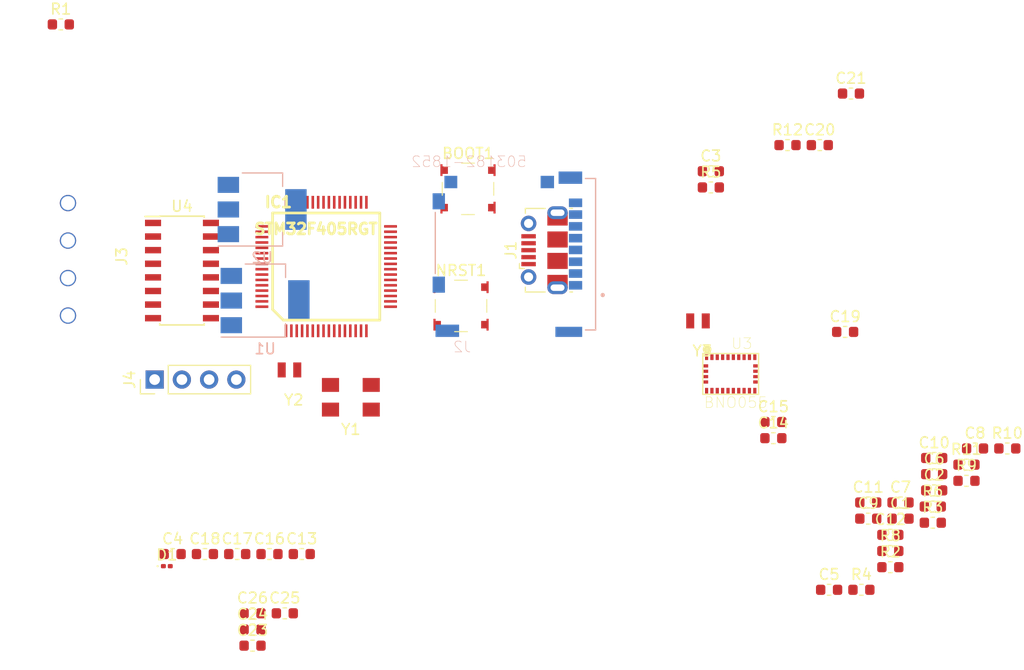
<source format=kicad_pcb>
(kicad_pcb (version 20171130) (host pcbnew 5.0.2-5.fc29)

  (general
    (thickness 1.6)
    (drawings 0)
    (tracks 0)
    (zones 0)
    (modules 51)
    (nets 90)
  )

  (page A4)
  (layers
    (0 F.Cu signal)
    (1 In1.Cu signal)
    (2 In2.Cu signal)
    (31 B.Cu signal)
    (32 B.Adhes user)
    (33 F.Adhes user)
    (34 B.Paste user)
    (35 F.Paste user)
    (36 B.SilkS user)
    (37 F.SilkS user)
    (38 B.Mask user)
    (39 F.Mask user)
    (40 Dwgs.User user)
    (41 Cmts.User user)
    (42 Eco1.User user)
    (43 Eco2.User user)
    (44 Edge.Cuts user)
    (45 Margin user)
    (46 B.CrtYd user)
    (47 F.CrtYd user)
    (48 B.Fab user)
    (49 F.Fab user)
  )

  (setup
    (last_trace_width 0.25)
    (trace_clearance 0.2)
    (zone_clearance 0.508)
    (zone_45_only no)
    (trace_min 0.2)
    (segment_width 0.2)
    (edge_width 0.15)
    (via_size 0.8)
    (via_drill 0.4)
    (via_min_size 0.4)
    (via_min_drill 0.3)
    (uvia_size 0.3)
    (uvia_drill 0.1)
    (uvias_allowed no)
    (uvia_min_size 0.2)
    (uvia_min_drill 0.1)
    (pcb_text_width 0.3)
    (pcb_text_size 1.5 1.5)
    (mod_edge_width 0.15)
    (mod_text_size 1 1)
    (mod_text_width 0.15)
    (pad_size 1.524 1.524)
    (pad_drill 0.762)
    (pad_to_mask_clearance 0.051)
    (solder_mask_min_width 0.25)
    (aux_axis_origin 0 0)
    (visible_elements FFFEF77F)
    (pcbplotparams
      (layerselection 0x010fc_ffffffff)
      (usegerberextensions false)
      (usegerberattributes false)
      (usegerberadvancedattributes false)
      (creategerberjobfile false)
      (excludeedgelayer true)
      (linewidth 0.100000)
      (plotframeref false)
      (viasonmask false)
      (mode 1)
      (useauxorigin false)
      (hpglpennumber 1)
      (hpglpenspeed 20)
      (hpglpendiameter 15.000000)
      (psnegative false)
      (psa4output false)
      (plotreference true)
      (plotvalue true)
      (plotinvisibletext false)
      (padsonsilk false)
      (subtractmaskfromsilk false)
      (outputformat 1)
      (mirror false)
      (drillshape 1)
      (scaleselection 1)
      (outputdirectory ""))
  )

  (net 0 "")
  (net 1 /BOOT0)
  (net 2 +3V3)
  (net 3 /NRST)
  (net 4 GND)
  (net 5 /N$9)
  (net 6 /N$10)
  (net 7 /N$6)
  (net 8 /N$5)
  (net 9 /N$1)
  (net 10 /N$2)
  (net 11 +12V)
  (net 12 /4.2V)
  (net 13 "Net-(C18-Pad1)")
  (net 14 "Net-(C19-Pad1)")
  (net 15 /BNO055/XIN32)
  (net 16 /BNO055/XOUT32)
  (net 17 "Net-(C23-Pad1)")
  (net 18 "Net-(C23-Pad2)")
  (net 19 "Net-(C24-Pad1)")
  (net 20 "Net-(C24-Pad2)")
  (net 21 "Net-(C25-Pad2)")
  (net 22 "Net-(C26-Pad2)")
  (net 23 +5V)
  (net 24 "Net-(IC1-Pad1)")
  (net 25 /IO_PC0)
  (net 26 /IO_PC1)
  (net 27 /IO_PC2)
  (net 28 /IO_PC3)
  (net 29 /IO_PA0)
  (net 30 /IO_PA1)
  (net 31 /IO_PA2)
  (net 32 /IO_PA3)
  (net 33 /IO_PA4)
  (net 34 /IO_PA5)
  (net 35 /IO_PA6)
  (net 36 /IO_PA7)
  (net 37 /LEDG1)
  (net 38 /LEDG2)
  (net 39 /IO_PB0)
  (net 40 /IO_PB1)
  (net 41 /IO_PB2)
  (net 42 /IO_PB10)
  (net 43 /IO_PB11)
  (net 44 /IO_PB12)
  (net 45 /IO_PB13)
  (net 46 /IO_PB14)
  (net 47 /IO_PB15)
  (net 48 /IO_PC6)
  (net 49 /IO_PC7)
  (net 50 /SDIO_D0)
  (net 51 /SDIO_D1)
  (net 52 /LEDR1)
  (net 53 /FS_USB_ID)
  (net 54 /FS_DM)
  (net 55 /FS_DP)
  (net 56 /USR_SW)
  (net 57 /IO_PA14)
  (net 58 /IO_PA15)
  (net 59 /SDIO_D2)
  (net 60 /SDIO_D3)
  (net 61 /SDIO_CK)
  (net 62 /SDIO_CMD)
  (net 63 /IO_PB3)
  (net 64 /IO_PB4)
  (net 65 /MMA_AVDD)
  (net 66 /I2C1-SCK)
  (net 67 /I2C1-SDA)
  (net 68 "Net-(IC1-Pad61)")
  (net 69 /IO_PB9)
  (net 70 "Net-(J1-Pad6)")
  (net 71 "Net-(J1-Pad2)")
  (net 72 "Net-(J1-Pad3)")
  (net 73 "Net-(J2-PadSW)")
  (net 74 "Net-(J2-PadDT)")
  (net 75 /RS232_RX)
  (net 76 /RS232_TX)
  (net 77 /TX2)
  (net 78 /RX2)
  (net 79 "Net-(R12-Pad1)")
  (net 80 "Net-(U3-Pad14)")
  (net 81 "Net-(U3-Pad17)")
  (net 82 "Net-(U3-Pad18)")
  (net 83 "Net-(U4-Pad7)")
  (net 84 "Net-(U4-Pad8)")
  (net 85 "Net-(U4-Pad9)")
  (net 86 "Net-(U4-Pad10)")
  (net 87 /STM_TX3)
  (net 88 /STM_RX3)
  (net 89 "Net-(Y2-Pad2)")

  (net_class Default "This is the default net class."
    (clearance 0.2)
    (trace_width 0.25)
    (via_dia 0.8)
    (via_drill 0.4)
    (uvia_dia 0.3)
    (uvia_drill 0.1)
    (add_net +12V)
    (add_net +3V3)
    (add_net +5V)
    (add_net /4.2V)
    (add_net /BNO055/XIN32)
    (add_net /BNO055/XOUT32)
    (add_net /BOOT0)
    (add_net /FS_DM)
    (add_net /FS_DP)
    (add_net /FS_USB_ID)
    (add_net /I2C1-SCK)
    (add_net /I2C1-SDA)
    (add_net /IO_PA0)
    (add_net /IO_PA1)
    (add_net /IO_PA14)
    (add_net /IO_PA15)
    (add_net /IO_PA2)
    (add_net /IO_PA3)
    (add_net /IO_PA4)
    (add_net /IO_PA5)
    (add_net /IO_PA6)
    (add_net /IO_PA7)
    (add_net /IO_PB0)
    (add_net /IO_PB1)
    (add_net /IO_PB10)
    (add_net /IO_PB11)
    (add_net /IO_PB12)
    (add_net /IO_PB13)
    (add_net /IO_PB14)
    (add_net /IO_PB15)
    (add_net /IO_PB2)
    (add_net /IO_PB3)
    (add_net /IO_PB4)
    (add_net /IO_PB9)
    (add_net /IO_PC0)
    (add_net /IO_PC1)
    (add_net /IO_PC2)
    (add_net /IO_PC3)
    (add_net /IO_PC6)
    (add_net /IO_PC7)
    (add_net /LEDG1)
    (add_net /LEDG2)
    (add_net /LEDR1)
    (add_net /MMA_AVDD)
    (add_net /N$1)
    (add_net /N$10)
    (add_net /N$2)
    (add_net /N$5)
    (add_net /N$6)
    (add_net /N$9)
    (add_net /NRST)
    (add_net /RS232_RX)
    (add_net /RS232_TX)
    (add_net /RX2)
    (add_net /SDIO_CK)
    (add_net /SDIO_CMD)
    (add_net /SDIO_D0)
    (add_net /SDIO_D1)
    (add_net /SDIO_D2)
    (add_net /SDIO_D3)
    (add_net /STM_RX3)
    (add_net /STM_TX3)
    (add_net /TX2)
    (add_net /USR_SW)
    (add_net GND)
    (add_net "Net-(C18-Pad1)")
    (add_net "Net-(C19-Pad1)")
    (add_net "Net-(C23-Pad1)")
    (add_net "Net-(C23-Pad2)")
    (add_net "Net-(C24-Pad1)")
    (add_net "Net-(C24-Pad2)")
    (add_net "Net-(C25-Pad2)")
    (add_net "Net-(C26-Pad2)")
    (add_net "Net-(IC1-Pad1)")
    (add_net "Net-(IC1-Pad61)")
    (add_net "Net-(J1-Pad2)")
    (add_net "Net-(J1-Pad3)")
    (add_net "Net-(J1-Pad6)")
    (add_net "Net-(J2-PadDT)")
    (add_net "Net-(J2-PadSW)")
    (add_net "Net-(R12-Pad1)")
    (add_net "Net-(U3-Pad14)")
    (add_net "Net-(U3-Pad17)")
    (add_net "Net-(U3-Pad18)")
    (add_net "Net-(U4-Pad10)")
    (add_net "Net-(U4-Pad7)")
    (add_net "Net-(U4-Pad8)")
    (add_net "Net-(U4-Pad9)")
    (add_net "Net-(Y2-Pad2)")
  )

  (module digikey-footprints:Switch_Tactile_SMD_4.5x4.5mm_TL3315NF160Q (layer F.Cu) (tedit 5AF3548E) (tstamp 5D142B54)
    (at 113.55 70.35)
    (descr http://spec_sheets.e-switch.com/specs/P010337.pdf)
    (path /5AD8A78B)
    (fp_text reference BOOT1 (at 0 -3.31) (layer F.SilkS)
      (effects (font (size 1 1) (thickness 0.15)))
    )
    (fp_text value SW_Push (at 0 3.58) (layer F.Fab)
      (effects (font (size 1 1) (thickness 0.15)))
    )
    (fp_line (start -2.83 2.5) (end 2.83 2.5) (layer F.CrtYd) (width 0.05))
    (fp_line (start -2.83 -2.5) (end 2.83 -2.5) (layer F.CrtYd) (width 0.05))
    (fp_line (start -2.83 -2.5) (end -2.83 2.5) (layer F.CrtYd) (width 0.05))
    (fp_line (start 2.83 -2.5) (end 2.83 2.5) (layer F.CrtYd) (width 0.05))
    (fp_line (start 0 -2.4) (end -0.6 -2.4) (layer F.SilkS) (width 0.1))
    (fp_line (start 0 -2.4) (end 0.6 -2.4) (layer F.SilkS) (width 0.1))
    (fp_line (start 2.4 0) (end 2.4 0.6) (layer F.SilkS) (width 0.1))
    (fp_line (start 2.4 0) (end 2.4 -0.6) (layer F.SilkS) (width 0.1))
    (fp_line (start 0 2.4) (end -0.6 2.4) (layer F.SilkS) (width 0.1))
    (fp_line (start 0 2.4) (end 0.6 2.4) (layer F.SilkS) (width 0.1))
    (fp_line (start -2.4 0) (end -2.4 0.6) (layer F.SilkS) (width 0.1))
    (fp_line (start -2.4 0) (end -2.4 -0.6) (layer F.SilkS) (width 0.1))
    (fp_text user %R (at 0 0) (layer F.Fab)
      (effects (font (size 1 1) (thickness 0.15)))
    )
    (fp_line (start -2.25 2.25) (end 2.25 2.25) (layer F.Fab) (width 0.1))
    (fp_line (start 2.25 -2.25) (end -2.25 -2.25) (layer F.Fab) (width 0.1))
    (fp_line (start -2.25 2.25) (end -2.25 -2.25) (layer F.Fab) (width 0.1))
    (fp_line (start 2.25 2.25) (end 2.25 -2.25) (layer F.Fab) (width 0.1))
    (pad 1 smd rect (at -2.475 -1.75) (size 0.2 1.1) (layers F.Cu F.Paste F.Mask)
      (net 1 /BOOT0))
    (pad 4 smd rect (at 2.475 1.75) (size 0.2 1.1) (layers F.Cu F.Paste F.Mask))
    (pad 3 smd rect (at -2.475 1.75) (size 0.2 1.1) (layers F.Cu F.Paste F.Mask))
    (pad 2 smd rect (at 2.475 -1.75) (size 0.2 1.1) (layers F.Cu F.Paste F.Mask)
      (net 2 +3V3))
    (pad 1 smd rect (at -2.125 -1.75) (size 0.5 0.7) (layers F.Cu F.Paste F.Mask)
      (net 1 /BOOT0))
    (pad 2 smd rect (at 2.125 -1.75) (size 0.5 0.7) (layers F.Cu F.Paste F.Mask)
      (net 2 +3V3))
    (pad 3 smd rect (at -2.125 1.75) (size 0.5 0.7) (layers F.Cu F.Paste F.Mask))
    (pad 4 smd rect (at 2.125 1.75) (size 0.5 0.7) (layers F.Cu F.Paste F.Mask))
  )

  (module Capacitor_SMD:C_0603_1608Metric (layer F.Cu) (tedit 5B301BBE) (tstamp 5D142B65)
    (at 153.890001 101.130001)
    (descr "Capacitor SMD 0603 (1608 Metric), square (rectangular) end terminal, IPC_7351 nominal, (Body size source: http://www.tortai-tech.com/upload/download/2011102023233369053.pdf), generated with kicad-footprint-generator")
    (tags capacitor)
    (path /5AD6FCF4)
    (attr smd)
    (fp_text reference C1 (at 0 -1.43) (layer F.SilkS)
      (effects (font (size 1 1) (thickness 0.15)))
    )
    (fp_text value 100n (at 0 1.43) (layer F.Fab)
      (effects (font (size 1 1) (thickness 0.15)))
    )
    (fp_line (start -0.8 0.4) (end -0.8 -0.4) (layer F.Fab) (width 0.1))
    (fp_line (start -0.8 -0.4) (end 0.8 -0.4) (layer F.Fab) (width 0.1))
    (fp_line (start 0.8 -0.4) (end 0.8 0.4) (layer F.Fab) (width 0.1))
    (fp_line (start 0.8 0.4) (end -0.8 0.4) (layer F.Fab) (width 0.1))
    (fp_line (start -0.162779 -0.51) (end 0.162779 -0.51) (layer F.SilkS) (width 0.12))
    (fp_line (start -0.162779 0.51) (end 0.162779 0.51) (layer F.SilkS) (width 0.12))
    (fp_line (start -1.48 0.73) (end -1.48 -0.73) (layer F.CrtYd) (width 0.05))
    (fp_line (start -1.48 -0.73) (end 1.48 -0.73) (layer F.CrtYd) (width 0.05))
    (fp_line (start 1.48 -0.73) (end 1.48 0.73) (layer F.CrtYd) (width 0.05))
    (fp_line (start 1.48 0.73) (end -1.48 0.73) (layer F.CrtYd) (width 0.05))
    (fp_text user %R (at 0 0) (layer F.Fab)
      (effects (font (size 0.4 0.4) (thickness 0.06)))
    )
    (pad 1 smd roundrect (at -0.7875 0) (size 0.875 0.95) (layers F.Cu F.Paste F.Mask) (roundrect_rratio 0.25)
      (net 3 /NRST))
    (pad 2 smd roundrect (at 0.7875 0) (size 0.875 0.95) (layers F.Cu F.Paste F.Mask) (roundrect_rratio 0.25)
      (net 4 GND))
    (model ${KISYS3DMOD}/Capacitor_SMD.3dshapes/C_0603_1608Metric.wrl
      (at (xyz 0 0 0))
      (scale (xyz 1 1 1))
      (rotate (xyz 0 0 0))
    )
  )

  (module Capacitor_SMD:C_0603_1608Metric (layer F.Cu) (tedit 5B301BBE) (tstamp 5D142B76)
    (at 157.030001 98.490001)
    (descr "Capacitor SMD 0603 (1608 Metric), square (rectangular) end terminal, IPC_7351 nominal, (Body size source: http://www.tortai-tech.com/upload/download/2011102023233369053.pdf), generated with kicad-footprint-generator")
    (tags capacitor)
    (path /5AD7DC47)
    (attr smd)
    (fp_text reference C2 (at 0 -1.43) (layer F.SilkS)
      (effects (font (size 1 1) (thickness 0.15)))
    )
    (fp_text value 12p (at 0 1.43) (layer F.Fab)
      (effects (font (size 1 1) (thickness 0.15)))
    )
    (fp_line (start -0.8 0.4) (end -0.8 -0.4) (layer F.Fab) (width 0.1))
    (fp_line (start -0.8 -0.4) (end 0.8 -0.4) (layer F.Fab) (width 0.1))
    (fp_line (start 0.8 -0.4) (end 0.8 0.4) (layer F.Fab) (width 0.1))
    (fp_line (start 0.8 0.4) (end -0.8 0.4) (layer F.Fab) (width 0.1))
    (fp_line (start -0.162779 -0.51) (end 0.162779 -0.51) (layer F.SilkS) (width 0.12))
    (fp_line (start -0.162779 0.51) (end 0.162779 0.51) (layer F.SilkS) (width 0.12))
    (fp_line (start -1.48 0.73) (end -1.48 -0.73) (layer F.CrtYd) (width 0.05))
    (fp_line (start -1.48 -0.73) (end 1.48 -0.73) (layer F.CrtYd) (width 0.05))
    (fp_line (start 1.48 -0.73) (end 1.48 0.73) (layer F.CrtYd) (width 0.05))
    (fp_line (start 1.48 0.73) (end -1.48 0.73) (layer F.CrtYd) (width 0.05))
    (fp_text user %R (at 0 0) (layer F.Fab)
      (effects (font (size 0.4 0.4) (thickness 0.06)))
    )
    (pad 1 smd roundrect (at -0.7875 0) (size 0.875 0.95) (layers F.Cu F.Paste F.Mask) (roundrect_rratio 0.25)
      (net 5 /N$9))
    (pad 2 smd roundrect (at 0.7875 0) (size 0.875 0.95) (layers F.Cu F.Paste F.Mask) (roundrect_rratio 0.25)
      (net 4 GND))
    (model ${KISYS3DMOD}/Capacitor_SMD.3dshapes/C_0603_1608Metric.wrl
      (at (xyz 0 0 0))
      (scale (xyz 1 1 1))
      (rotate (xyz 0 0 0))
    )
  )

  (module Capacitor_SMD:C_0603_1608Metric (layer F.Cu) (tedit 5B301BBE) (tstamp 5D142B87)
    (at 136.200001 68.705001)
    (descr "Capacitor SMD 0603 (1608 Metric), square (rectangular) end terminal, IPC_7351 nominal, (Body size source: http://www.tortai-tech.com/upload/download/2011102023233369053.pdf), generated with kicad-footprint-generator")
    (tags capacitor)
    (path /5AD7DAE9)
    (attr smd)
    (fp_text reference C3 (at 0 -1.43) (layer F.SilkS)
      (effects (font (size 1 1) (thickness 0.15)))
    )
    (fp_text value 12p (at 0 1.43) (layer F.Fab)
      (effects (font (size 1 1) (thickness 0.15)))
    )
    (fp_text user %R (at 0 0) (layer F.Fab)
      (effects (font (size 0.4 0.4) (thickness 0.06)))
    )
    (fp_line (start 1.48 0.73) (end -1.48 0.73) (layer F.CrtYd) (width 0.05))
    (fp_line (start 1.48 -0.73) (end 1.48 0.73) (layer F.CrtYd) (width 0.05))
    (fp_line (start -1.48 -0.73) (end 1.48 -0.73) (layer F.CrtYd) (width 0.05))
    (fp_line (start -1.48 0.73) (end -1.48 -0.73) (layer F.CrtYd) (width 0.05))
    (fp_line (start -0.162779 0.51) (end 0.162779 0.51) (layer F.SilkS) (width 0.12))
    (fp_line (start -0.162779 -0.51) (end 0.162779 -0.51) (layer F.SilkS) (width 0.12))
    (fp_line (start 0.8 0.4) (end -0.8 0.4) (layer F.Fab) (width 0.1))
    (fp_line (start 0.8 -0.4) (end 0.8 0.4) (layer F.Fab) (width 0.1))
    (fp_line (start -0.8 -0.4) (end 0.8 -0.4) (layer F.Fab) (width 0.1))
    (fp_line (start -0.8 0.4) (end -0.8 -0.4) (layer F.Fab) (width 0.1))
    (pad 2 smd roundrect (at 0.7875 0) (size 0.875 0.95) (layers F.Cu F.Paste F.Mask) (roundrect_rratio 0.25)
      (net 4 GND))
    (pad 1 smd roundrect (at -0.7875 0) (size 0.875 0.95) (layers F.Cu F.Paste F.Mask) (roundrect_rratio 0.25)
      (net 6 /N$10))
    (model ${KISYS3DMOD}/Capacitor_SMD.3dshapes/C_0603_1608Metric.wrl
      (at (xyz 0 0 0))
      (scale (xyz 1 1 1))
      (rotate (xyz 0 0 0))
    )
  )

  (module Capacitor_SMD:C_0603_1608Metric (layer F.Cu) (tedit 5B301BBE) (tstamp 5D142B98)
    (at 86.005001 104.435001)
    (descr "Capacitor SMD 0603 (1608 Metric), square (rectangular) end terminal, IPC_7351 nominal, (Body size source: http://www.tortai-tech.com/upload/download/2011102023233369053.pdf), generated with kicad-footprint-generator")
    (tags capacitor)
    (path /5AD7C014)
    (attr smd)
    (fp_text reference C4 (at 0 -1.43) (layer F.SilkS)
      (effects (font (size 1 1) (thickness 0.15)))
    )
    (fp_text value 12p (at 0 1.43) (layer F.Fab)
      (effects (font (size 1 1) (thickness 0.15)))
    )
    (fp_text user %R (at 0 0) (layer F.Fab)
      (effects (font (size 0.4 0.4) (thickness 0.06)))
    )
    (fp_line (start 1.48 0.73) (end -1.48 0.73) (layer F.CrtYd) (width 0.05))
    (fp_line (start 1.48 -0.73) (end 1.48 0.73) (layer F.CrtYd) (width 0.05))
    (fp_line (start -1.48 -0.73) (end 1.48 -0.73) (layer F.CrtYd) (width 0.05))
    (fp_line (start -1.48 0.73) (end -1.48 -0.73) (layer F.CrtYd) (width 0.05))
    (fp_line (start -0.162779 0.51) (end 0.162779 0.51) (layer F.SilkS) (width 0.12))
    (fp_line (start -0.162779 -0.51) (end 0.162779 -0.51) (layer F.SilkS) (width 0.12))
    (fp_line (start 0.8 0.4) (end -0.8 0.4) (layer F.Fab) (width 0.1))
    (fp_line (start 0.8 -0.4) (end 0.8 0.4) (layer F.Fab) (width 0.1))
    (fp_line (start -0.8 -0.4) (end 0.8 -0.4) (layer F.Fab) (width 0.1))
    (fp_line (start -0.8 0.4) (end -0.8 -0.4) (layer F.Fab) (width 0.1))
    (pad 2 smd roundrect (at 0.7875 0) (size 0.875 0.95) (layers F.Cu F.Paste F.Mask) (roundrect_rratio 0.25)
      (net 4 GND))
    (pad 1 smd roundrect (at -0.7875 0) (size 0.875 0.95) (layers F.Cu F.Paste F.Mask) (roundrect_rratio 0.25)
      (net 7 /N$6))
    (model ${KISYS3DMOD}/Capacitor_SMD.3dshapes/C_0603_1608Metric.wrl
      (at (xyz 0 0 0))
      (scale (xyz 1 1 1))
      (rotate (xyz 0 0 0))
    )
  )

  (module Capacitor_SMD:C_0603_1608Metric (layer F.Cu) (tedit 5B301BBE) (tstamp 5D142BA9)
    (at 147.230001 107.770001)
    (descr "Capacitor SMD 0603 (1608 Metric), square (rectangular) end terminal, IPC_7351 nominal, (Body size source: http://www.tortai-tech.com/upload/download/2011102023233369053.pdf), generated with kicad-footprint-generator")
    (tags capacitor)
    (path /5AD7C1B1)
    (attr smd)
    (fp_text reference C5 (at 0 -1.43) (layer F.SilkS)
      (effects (font (size 1 1) (thickness 0.15)))
    )
    (fp_text value 12p (at 0 1.43) (layer F.Fab)
      (effects (font (size 1 1) (thickness 0.15)))
    )
    (fp_line (start -0.8 0.4) (end -0.8 -0.4) (layer F.Fab) (width 0.1))
    (fp_line (start -0.8 -0.4) (end 0.8 -0.4) (layer F.Fab) (width 0.1))
    (fp_line (start 0.8 -0.4) (end 0.8 0.4) (layer F.Fab) (width 0.1))
    (fp_line (start 0.8 0.4) (end -0.8 0.4) (layer F.Fab) (width 0.1))
    (fp_line (start -0.162779 -0.51) (end 0.162779 -0.51) (layer F.SilkS) (width 0.12))
    (fp_line (start -0.162779 0.51) (end 0.162779 0.51) (layer F.SilkS) (width 0.12))
    (fp_line (start -1.48 0.73) (end -1.48 -0.73) (layer F.CrtYd) (width 0.05))
    (fp_line (start -1.48 -0.73) (end 1.48 -0.73) (layer F.CrtYd) (width 0.05))
    (fp_line (start 1.48 -0.73) (end 1.48 0.73) (layer F.CrtYd) (width 0.05))
    (fp_line (start 1.48 0.73) (end -1.48 0.73) (layer F.CrtYd) (width 0.05))
    (fp_text user %R (at 0 0) (layer F.Fab)
      (effects (font (size 0.4 0.4) (thickness 0.06)))
    )
    (pad 1 smd roundrect (at -0.7875 0) (size 0.875 0.95) (layers F.Cu F.Paste F.Mask) (roundrect_rratio 0.25)
      (net 8 /N$5))
    (pad 2 smd roundrect (at 0.7875 0) (size 0.875 0.95) (layers F.Cu F.Paste F.Mask) (roundrect_rratio 0.25)
      (net 4 GND))
    (model ${KISYS3DMOD}/Capacitor_SMD.3dshapes/C_0603_1608Metric.wrl
      (at (xyz 0 0 0))
      (scale (xyz 1 1 1))
      (rotate (xyz 0 0 0))
    )
  )

  (module Capacitor_SMD:C_0603_1608Metric (layer F.Cu) (tedit 5B301BBE) (tstamp 5D142BBA)
    (at 157.030001 96.980001)
    (descr "Capacitor SMD 0603 (1608 Metric), square (rectangular) end terminal, IPC_7351 nominal, (Body size source: http://www.tortai-tech.com/upload/download/2011102023233369053.pdf), generated with kicad-footprint-generator")
    (tags capacitor)
    (path /5AD7E450)
    (attr smd)
    (fp_text reference C6 (at 0 -1.43) (layer F.SilkS)
      (effects (font (size 1 1) (thickness 0.15)))
    )
    (fp_text value 2u2 (at 0 1.43) (layer F.Fab)
      (effects (font (size 1 1) (thickness 0.15)))
    )
    (fp_line (start -0.8 0.4) (end -0.8 -0.4) (layer F.Fab) (width 0.1))
    (fp_line (start -0.8 -0.4) (end 0.8 -0.4) (layer F.Fab) (width 0.1))
    (fp_line (start 0.8 -0.4) (end 0.8 0.4) (layer F.Fab) (width 0.1))
    (fp_line (start 0.8 0.4) (end -0.8 0.4) (layer F.Fab) (width 0.1))
    (fp_line (start -0.162779 -0.51) (end 0.162779 -0.51) (layer F.SilkS) (width 0.12))
    (fp_line (start -0.162779 0.51) (end 0.162779 0.51) (layer F.SilkS) (width 0.12))
    (fp_line (start -1.48 0.73) (end -1.48 -0.73) (layer F.CrtYd) (width 0.05))
    (fp_line (start -1.48 -0.73) (end 1.48 -0.73) (layer F.CrtYd) (width 0.05))
    (fp_line (start 1.48 -0.73) (end 1.48 0.73) (layer F.CrtYd) (width 0.05))
    (fp_line (start 1.48 0.73) (end -1.48 0.73) (layer F.CrtYd) (width 0.05))
    (fp_text user %R (at 0 0) (layer F.Fab)
      (effects (font (size 0.4 0.4) (thickness 0.06)))
    )
    (pad 1 smd roundrect (at -0.7875 0) (size 0.875 0.95) (layers F.Cu F.Paste F.Mask) (roundrect_rratio 0.25)
      (net 4 GND))
    (pad 2 smd roundrect (at 0.7875 0) (size 0.875 0.95) (layers F.Cu F.Paste F.Mask) (roundrect_rratio 0.25)
      (net 9 /N$1))
    (model ${KISYS3DMOD}/Capacitor_SMD.3dshapes/C_0603_1608Metric.wrl
      (at (xyz 0 0 0))
      (scale (xyz 1 1 1))
      (rotate (xyz 0 0 0))
    )
  )

  (module Capacitor_SMD:C_0603_1608Metric (layer F.Cu) (tedit 5B301BBE) (tstamp 5D142BCB)
    (at 153.890001 99.620001)
    (descr "Capacitor SMD 0603 (1608 Metric), square (rectangular) end terminal, IPC_7351 nominal, (Body size source: http://www.tortai-tech.com/upload/download/2011102023233369053.pdf), generated with kicad-footprint-generator")
    (tags capacitor)
    (path /5AD7E71D)
    (attr smd)
    (fp_text reference C7 (at 0 -1.43) (layer F.SilkS)
      (effects (font (size 1 1) (thickness 0.15)))
    )
    (fp_text value 2u2 (at 0 1.43) (layer F.Fab)
      (effects (font (size 1 1) (thickness 0.15)))
    )
    (fp_line (start -0.8 0.4) (end -0.8 -0.4) (layer F.Fab) (width 0.1))
    (fp_line (start -0.8 -0.4) (end 0.8 -0.4) (layer F.Fab) (width 0.1))
    (fp_line (start 0.8 -0.4) (end 0.8 0.4) (layer F.Fab) (width 0.1))
    (fp_line (start 0.8 0.4) (end -0.8 0.4) (layer F.Fab) (width 0.1))
    (fp_line (start -0.162779 -0.51) (end 0.162779 -0.51) (layer F.SilkS) (width 0.12))
    (fp_line (start -0.162779 0.51) (end 0.162779 0.51) (layer F.SilkS) (width 0.12))
    (fp_line (start -1.48 0.73) (end -1.48 -0.73) (layer F.CrtYd) (width 0.05))
    (fp_line (start -1.48 -0.73) (end 1.48 -0.73) (layer F.CrtYd) (width 0.05))
    (fp_line (start 1.48 -0.73) (end 1.48 0.73) (layer F.CrtYd) (width 0.05))
    (fp_line (start 1.48 0.73) (end -1.48 0.73) (layer F.CrtYd) (width 0.05))
    (fp_text user %R (at 0 0) (layer F.Fab)
      (effects (font (size 0.4 0.4) (thickness 0.06)))
    )
    (pad 1 smd roundrect (at -0.7875 0) (size 0.875 0.95) (layers F.Cu F.Paste F.Mask) (roundrect_rratio 0.25)
      (net 4 GND))
    (pad 2 smd roundrect (at 0.7875 0) (size 0.875 0.95) (layers F.Cu F.Paste F.Mask) (roundrect_rratio 0.25)
      (net 10 /N$2))
    (model ${KISYS3DMOD}/Capacitor_SMD.3dshapes/C_0603_1608Metric.wrl
      (at (xyz 0 0 0))
      (scale (xyz 1 1 1))
      (rotate (xyz 0 0 0))
    )
  )

  (module Capacitor_SMD:C_0603_1608Metric (layer F.Cu) (tedit 5B301BBE) (tstamp 5D142BDC)
    (at 160.840001 94.580001)
    (descr "Capacitor SMD 0603 (1608 Metric), square (rectangular) end terminal, IPC_7351 nominal, (Body size source: http://www.tortai-tech.com/upload/download/2011102023233369053.pdf), generated with kicad-footprint-generator")
    (tags capacitor)
    (path /5AD808CD)
    (attr smd)
    (fp_text reference C8 (at 0 -1.43) (layer F.SilkS)
      (effects (font (size 1 1) (thickness 0.15)))
    )
    (fp_text value 100n (at 0 1.43) (layer F.Fab)
      (effects (font (size 1 1) (thickness 0.15)))
    )
    (fp_line (start -0.8 0.4) (end -0.8 -0.4) (layer F.Fab) (width 0.1))
    (fp_line (start -0.8 -0.4) (end 0.8 -0.4) (layer F.Fab) (width 0.1))
    (fp_line (start 0.8 -0.4) (end 0.8 0.4) (layer F.Fab) (width 0.1))
    (fp_line (start 0.8 0.4) (end -0.8 0.4) (layer F.Fab) (width 0.1))
    (fp_line (start -0.162779 -0.51) (end 0.162779 -0.51) (layer F.SilkS) (width 0.12))
    (fp_line (start -0.162779 0.51) (end 0.162779 0.51) (layer F.SilkS) (width 0.12))
    (fp_line (start -1.48 0.73) (end -1.48 -0.73) (layer F.CrtYd) (width 0.05))
    (fp_line (start -1.48 -0.73) (end 1.48 -0.73) (layer F.CrtYd) (width 0.05))
    (fp_line (start 1.48 -0.73) (end 1.48 0.73) (layer F.CrtYd) (width 0.05))
    (fp_line (start 1.48 0.73) (end -1.48 0.73) (layer F.CrtYd) (width 0.05))
    (fp_text user %R (at 0 0) (layer F.Fab)
      (effects (font (size 0.4 0.4) (thickness 0.06)))
    )
    (pad 1 smd roundrect (at -0.7875 0) (size 0.875 0.95) (layers F.Cu F.Paste F.Mask) (roundrect_rratio 0.25)
      (net 2 +3V3))
    (pad 2 smd roundrect (at 0.7875 0) (size 0.875 0.95) (layers F.Cu F.Paste F.Mask) (roundrect_rratio 0.25)
      (net 4 GND))
    (model ${KISYS3DMOD}/Capacitor_SMD.3dshapes/C_0603_1608Metric.wrl
      (at (xyz 0 0 0))
      (scale (xyz 1 1 1))
      (rotate (xyz 0 0 0))
    )
  )

  (module Capacitor_SMD:C_0603_1608Metric (layer F.Cu) (tedit 5B301BBE) (tstamp 5D142BED)
    (at 150.880001 101.130001)
    (descr "Capacitor SMD 0603 (1608 Metric), square (rectangular) end terminal, IPC_7351 nominal, (Body size source: http://www.tortai-tech.com/upload/download/2011102023233369053.pdf), generated with kicad-footprint-generator")
    (tags capacitor)
    (path /5AD8219A)
    (attr smd)
    (fp_text reference C9 (at 0 -1.43) (layer F.SilkS)
      (effects (font (size 1 1) (thickness 0.15)))
    )
    (fp_text value 100n (at 0 1.43) (layer F.Fab)
      (effects (font (size 1 1) (thickness 0.15)))
    )
    (fp_text user %R (at 0 0) (layer F.Fab)
      (effects (font (size 0.4 0.4) (thickness 0.06)))
    )
    (fp_line (start 1.48 0.73) (end -1.48 0.73) (layer F.CrtYd) (width 0.05))
    (fp_line (start 1.48 -0.73) (end 1.48 0.73) (layer F.CrtYd) (width 0.05))
    (fp_line (start -1.48 -0.73) (end 1.48 -0.73) (layer F.CrtYd) (width 0.05))
    (fp_line (start -1.48 0.73) (end -1.48 -0.73) (layer F.CrtYd) (width 0.05))
    (fp_line (start -0.162779 0.51) (end 0.162779 0.51) (layer F.SilkS) (width 0.12))
    (fp_line (start -0.162779 -0.51) (end 0.162779 -0.51) (layer F.SilkS) (width 0.12))
    (fp_line (start 0.8 0.4) (end -0.8 0.4) (layer F.Fab) (width 0.1))
    (fp_line (start 0.8 -0.4) (end 0.8 0.4) (layer F.Fab) (width 0.1))
    (fp_line (start -0.8 -0.4) (end 0.8 -0.4) (layer F.Fab) (width 0.1))
    (fp_line (start -0.8 0.4) (end -0.8 -0.4) (layer F.Fab) (width 0.1))
    (pad 2 smd roundrect (at 0.7875 0) (size 0.875 0.95) (layers F.Cu F.Paste F.Mask) (roundrect_rratio 0.25)
      (net 4 GND))
    (pad 1 smd roundrect (at -0.7875 0) (size 0.875 0.95) (layers F.Cu F.Paste F.Mask) (roundrect_rratio 0.25)
      (net 2 +3V3))
    (model ${KISYS3DMOD}/Capacitor_SMD.3dshapes/C_0603_1608Metric.wrl
      (at (xyz 0 0 0))
      (scale (xyz 1 1 1))
      (rotate (xyz 0 0 0))
    )
  )

  (module Capacitor_SMD:C_0603_1608Metric (layer F.Cu) (tedit 5B301BBE) (tstamp 5D142BFE)
    (at 157.030001 95.470001)
    (descr "Capacitor SMD 0603 (1608 Metric), square (rectangular) end terminal, IPC_7351 nominal, (Body size source: http://www.tortai-tech.com/upload/download/2011102023233369053.pdf), generated with kicad-footprint-generator")
    (tags capacitor)
    (path /5AD822F3)
    (attr smd)
    (fp_text reference C10 (at 0 -1.43) (layer F.SilkS)
      (effects (font (size 1 1) (thickness 0.15)))
    )
    (fp_text value 100n (at 0 1.43) (layer F.Fab)
      (effects (font (size 1 1) (thickness 0.15)))
    )
    (fp_line (start -0.8 0.4) (end -0.8 -0.4) (layer F.Fab) (width 0.1))
    (fp_line (start -0.8 -0.4) (end 0.8 -0.4) (layer F.Fab) (width 0.1))
    (fp_line (start 0.8 -0.4) (end 0.8 0.4) (layer F.Fab) (width 0.1))
    (fp_line (start 0.8 0.4) (end -0.8 0.4) (layer F.Fab) (width 0.1))
    (fp_line (start -0.162779 -0.51) (end 0.162779 -0.51) (layer F.SilkS) (width 0.12))
    (fp_line (start -0.162779 0.51) (end 0.162779 0.51) (layer F.SilkS) (width 0.12))
    (fp_line (start -1.48 0.73) (end -1.48 -0.73) (layer F.CrtYd) (width 0.05))
    (fp_line (start -1.48 -0.73) (end 1.48 -0.73) (layer F.CrtYd) (width 0.05))
    (fp_line (start 1.48 -0.73) (end 1.48 0.73) (layer F.CrtYd) (width 0.05))
    (fp_line (start 1.48 0.73) (end -1.48 0.73) (layer F.CrtYd) (width 0.05))
    (fp_text user %R (at 0 0) (layer F.Fab)
      (effects (font (size 0.4 0.4) (thickness 0.06)))
    )
    (pad 1 smd roundrect (at -0.7875 0) (size 0.875 0.95) (layers F.Cu F.Paste F.Mask) (roundrect_rratio 0.25)
      (net 2 +3V3))
    (pad 2 smd roundrect (at 0.7875 0) (size 0.875 0.95) (layers F.Cu F.Paste F.Mask) (roundrect_rratio 0.25)
      (net 4 GND))
    (model ${KISYS3DMOD}/Capacitor_SMD.3dshapes/C_0603_1608Metric.wrl
      (at (xyz 0 0 0))
      (scale (xyz 1 1 1))
      (rotate (xyz 0 0 0))
    )
  )

  (module Capacitor_SMD:C_0603_1608Metric (layer F.Cu) (tedit 5B301BBE) (tstamp 5D142C0F)
    (at 150.880001 99.620001)
    (descr "Capacitor SMD 0603 (1608 Metric), square (rectangular) end terminal, IPC_7351 nominal, (Body size source: http://www.tortai-tech.com/upload/download/2011102023233369053.pdf), generated with kicad-footprint-generator")
    (tags capacitor)
    (path /5AD8244D)
    (attr smd)
    (fp_text reference C11 (at 0 -1.43) (layer F.SilkS)
      (effects (font (size 1 1) (thickness 0.15)))
    )
    (fp_text value 100n (at 0 1.43) (layer F.Fab)
      (effects (font (size 1 1) (thickness 0.15)))
    )
    (fp_text user %R (at 0 0) (layer F.Fab)
      (effects (font (size 0.4 0.4) (thickness 0.06)))
    )
    (fp_line (start 1.48 0.73) (end -1.48 0.73) (layer F.CrtYd) (width 0.05))
    (fp_line (start 1.48 -0.73) (end 1.48 0.73) (layer F.CrtYd) (width 0.05))
    (fp_line (start -1.48 -0.73) (end 1.48 -0.73) (layer F.CrtYd) (width 0.05))
    (fp_line (start -1.48 0.73) (end -1.48 -0.73) (layer F.CrtYd) (width 0.05))
    (fp_line (start -0.162779 0.51) (end 0.162779 0.51) (layer F.SilkS) (width 0.12))
    (fp_line (start -0.162779 -0.51) (end 0.162779 -0.51) (layer F.SilkS) (width 0.12))
    (fp_line (start 0.8 0.4) (end -0.8 0.4) (layer F.Fab) (width 0.1))
    (fp_line (start 0.8 -0.4) (end 0.8 0.4) (layer F.Fab) (width 0.1))
    (fp_line (start -0.8 -0.4) (end 0.8 -0.4) (layer F.Fab) (width 0.1))
    (fp_line (start -0.8 0.4) (end -0.8 -0.4) (layer F.Fab) (width 0.1))
    (pad 2 smd roundrect (at 0.7875 0) (size 0.875 0.95) (layers F.Cu F.Paste F.Mask) (roundrect_rratio 0.25)
      (net 4 GND))
    (pad 1 smd roundrect (at -0.7875 0) (size 0.875 0.95) (layers F.Cu F.Paste F.Mask) (roundrect_rratio 0.25)
      (net 2 +3V3))
    (model ${KISYS3DMOD}/Capacitor_SMD.3dshapes/C_0603_1608Metric.wrl
      (at (xyz 0 0 0))
      (scale (xyz 1 1 1))
      (rotate (xyz 0 0 0))
    )
  )

  (module Capacitor_SMD:C_0603_1608Metric (layer F.Cu) (tedit 5B301BBE) (tstamp 5D142C20)
    (at 152.940001 102.640001)
    (descr "Capacitor SMD 0603 (1608 Metric), square (rectangular) end terminal, IPC_7351 nominal, (Body size source: http://www.tortai-tech.com/upload/download/2011102023233369053.pdf), generated with kicad-footprint-generator")
    (tags capacitor)
    (path /5AD825AE)
    (attr smd)
    (fp_text reference C12 (at 0 -1.43) (layer F.SilkS)
      (effects (font (size 1 1) (thickness 0.15)))
    )
    (fp_text value 4u7 (at 0 1.43) (layer F.Fab)
      (effects (font (size 1 1) (thickness 0.15)))
    )
    (fp_text user %R (at 0 0) (layer F.Fab)
      (effects (font (size 0.4 0.4) (thickness 0.06)))
    )
    (fp_line (start 1.48 0.73) (end -1.48 0.73) (layer F.CrtYd) (width 0.05))
    (fp_line (start 1.48 -0.73) (end 1.48 0.73) (layer F.CrtYd) (width 0.05))
    (fp_line (start -1.48 -0.73) (end 1.48 -0.73) (layer F.CrtYd) (width 0.05))
    (fp_line (start -1.48 0.73) (end -1.48 -0.73) (layer F.CrtYd) (width 0.05))
    (fp_line (start -0.162779 0.51) (end 0.162779 0.51) (layer F.SilkS) (width 0.12))
    (fp_line (start -0.162779 -0.51) (end 0.162779 -0.51) (layer F.SilkS) (width 0.12))
    (fp_line (start 0.8 0.4) (end -0.8 0.4) (layer F.Fab) (width 0.1))
    (fp_line (start 0.8 -0.4) (end 0.8 0.4) (layer F.Fab) (width 0.1))
    (fp_line (start -0.8 -0.4) (end 0.8 -0.4) (layer F.Fab) (width 0.1))
    (fp_line (start -0.8 0.4) (end -0.8 -0.4) (layer F.Fab) (width 0.1))
    (pad 2 smd roundrect (at 0.7875 0) (size 0.875 0.95) (layers F.Cu F.Paste F.Mask) (roundrect_rratio 0.25)
      (net 4 GND))
    (pad 1 smd roundrect (at -0.7875 0) (size 0.875 0.95) (layers F.Cu F.Paste F.Mask) (roundrect_rratio 0.25)
      (net 2 +3V3))
    (model ${KISYS3DMOD}/Capacitor_SMD.3dshapes/C_0603_1608Metric.wrl
      (at (xyz 0 0 0))
      (scale (xyz 1 1 1))
      (rotate (xyz 0 0 0))
    )
  )

  (module Capacitor_SMD:C_0603_1608Metric (layer F.Cu) (tedit 5B301BBE) (tstamp 5D142C31)
    (at 98.045001 104.435001)
    (descr "Capacitor SMD 0603 (1608 Metric), square (rectangular) end terminal, IPC_7351 nominal, (Body size source: http://www.tortai-tech.com/upload/download/2011102023233369053.pdf), generated with kicad-footprint-generator")
    (tags capacitor)
    (path /5AD64BA8)
    (attr smd)
    (fp_text reference C13 (at 0 -1.43) (layer F.SilkS)
      (effects (font (size 1 1) (thickness 0.15)))
    )
    (fp_text value 1u (at 0 1.43) (layer F.Fab)
      (effects (font (size 1 1) (thickness 0.15)))
    )
    (fp_text user %R (at 0 0) (layer F.Fab)
      (effects (font (size 0.4 0.4) (thickness 0.06)))
    )
    (fp_line (start 1.48 0.73) (end -1.48 0.73) (layer F.CrtYd) (width 0.05))
    (fp_line (start 1.48 -0.73) (end 1.48 0.73) (layer F.CrtYd) (width 0.05))
    (fp_line (start -1.48 -0.73) (end 1.48 -0.73) (layer F.CrtYd) (width 0.05))
    (fp_line (start -1.48 0.73) (end -1.48 -0.73) (layer F.CrtYd) (width 0.05))
    (fp_line (start -0.162779 0.51) (end 0.162779 0.51) (layer F.SilkS) (width 0.12))
    (fp_line (start -0.162779 -0.51) (end 0.162779 -0.51) (layer F.SilkS) (width 0.12))
    (fp_line (start 0.8 0.4) (end -0.8 0.4) (layer F.Fab) (width 0.1))
    (fp_line (start 0.8 -0.4) (end 0.8 0.4) (layer F.Fab) (width 0.1))
    (fp_line (start -0.8 -0.4) (end 0.8 -0.4) (layer F.Fab) (width 0.1))
    (fp_line (start -0.8 0.4) (end -0.8 -0.4) (layer F.Fab) (width 0.1))
    (pad 2 smd roundrect (at 0.7875 0) (size 0.875 0.95) (layers F.Cu F.Paste F.Mask) (roundrect_rratio 0.25)
      (net 4 GND))
    (pad 1 smd roundrect (at -0.7875 0) (size 0.875 0.95) (layers F.Cu F.Paste F.Mask) (roundrect_rratio 0.25)
      (net 11 +12V))
    (model ${KISYS3DMOD}/Capacitor_SMD.3dshapes/C_0603_1608Metric.wrl
      (at (xyz 0 0 0))
      (scale (xyz 1 1 1))
      (rotate (xyz 0 0 0))
    )
  )

  (module Capacitor_SMD:C_0603_1608Metric (layer F.Cu) (tedit 5B301BBE) (tstamp 5D142C42)
    (at 142.030001 93.620001)
    (descr "Capacitor SMD 0603 (1608 Metric), square (rectangular) end terminal, IPC_7351 nominal, (Body size source: http://www.tortai-tech.com/upload/download/2011102023233369053.pdf), generated with kicad-footprint-generator")
    (tags capacitor)
    (path /5AD65303)
    (attr smd)
    (fp_text reference C14 (at 0 -1.43) (layer F.SilkS)
      (effects (font (size 1 1) (thickness 0.15)))
    )
    (fp_text value 1u (at 0 1.43) (layer F.Fab)
      (effects (font (size 1 1) (thickness 0.15)))
    )
    (fp_line (start -0.8 0.4) (end -0.8 -0.4) (layer F.Fab) (width 0.1))
    (fp_line (start -0.8 -0.4) (end 0.8 -0.4) (layer F.Fab) (width 0.1))
    (fp_line (start 0.8 -0.4) (end 0.8 0.4) (layer F.Fab) (width 0.1))
    (fp_line (start 0.8 0.4) (end -0.8 0.4) (layer F.Fab) (width 0.1))
    (fp_line (start -0.162779 -0.51) (end 0.162779 -0.51) (layer F.SilkS) (width 0.12))
    (fp_line (start -0.162779 0.51) (end 0.162779 0.51) (layer F.SilkS) (width 0.12))
    (fp_line (start -1.48 0.73) (end -1.48 -0.73) (layer F.CrtYd) (width 0.05))
    (fp_line (start -1.48 -0.73) (end 1.48 -0.73) (layer F.CrtYd) (width 0.05))
    (fp_line (start 1.48 -0.73) (end 1.48 0.73) (layer F.CrtYd) (width 0.05))
    (fp_line (start 1.48 0.73) (end -1.48 0.73) (layer F.CrtYd) (width 0.05))
    (fp_text user %R (at 0 0) (layer F.Fab)
      (effects (font (size 0.4 0.4) (thickness 0.06)))
    )
    (pad 1 smd roundrect (at -0.7875 0) (size 0.875 0.95) (layers F.Cu F.Paste F.Mask) (roundrect_rratio 0.25)
      (net 2 +3V3))
    (pad 2 smd roundrect (at 0.7875 0) (size 0.875 0.95) (layers F.Cu F.Paste F.Mask) (roundrect_rratio 0.25)
      (net 4 GND))
    (model ${KISYS3DMOD}/Capacitor_SMD.3dshapes/C_0603_1608Metric.wrl
      (at (xyz 0 0 0))
      (scale (xyz 1 1 1))
      (rotate (xyz 0 0 0))
    )
  )

  (module Capacitor_SMD:C_0603_1608Metric (layer F.Cu) (tedit 5B301BBE) (tstamp 5D142C53)
    (at 142.030001 92.110001)
    (descr "Capacitor SMD 0603 (1608 Metric), square (rectangular) end terminal, IPC_7351 nominal, (Body size source: http://www.tortai-tech.com/upload/download/2011102023233369053.pdf), generated with kicad-footprint-generator")
    (tags capacitor)
    (path /5AD658E8)
    (attr smd)
    (fp_text reference C15 (at 0 -1.43) (layer F.SilkS)
      (effects (font (size 1 1) (thickness 0.15)))
    )
    (fp_text value 100n (at 0 1.43) (layer F.Fab)
      (effects (font (size 1 1) (thickness 0.15)))
    )
    (fp_text user %R (at 0 0) (layer F.Fab)
      (effects (font (size 0.4 0.4) (thickness 0.06)))
    )
    (fp_line (start 1.48 0.73) (end -1.48 0.73) (layer F.CrtYd) (width 0.05))
    (fp_line (start 1.48 -0.73) (end 1.48 0.73) (layer F.CrtYd) (width 0.05))
    (fp_line (start -1.48 -0.73) (end 1.48 -0.73) (layer F.CrtYd) (width 0.05))
    (fp_line (start -1.48 0.73) (end -1.48 -0.73) (layer F.CrtYd) (width 0.05))
    (fp_line (start -0.162779 0.51) (end 0.162779 0.51) (layer F.SilkS) (width 0.12))
    (fp_line (start -0.162779 -0.51) (end 0.162779 -0.51) (layer F.SilkS) (width 0.12))
    (fp_line (start 0.8 0.4) (end -0.8 0.4) (layer F.Fab) (width 0.1))
    (fp_line (start 0.8 -0.4) (end 0.8 0.4) (layer F.Fab) (width 0.1))
    (fp_line (start -0.8 -0.4) (end 0.8 -0.4) (layer F.Fab) (width 0.1))
    (fp_line (start -0.8 0.4) (end -0.8 -0.4) (layer F.Fab) (width 0.1))
    (pad 2 smd roundrect (at 0.7875 0) (size 0.875 0.95) (layers F.Cu F.Paste F.Mask) (roundrect_rratio 0.25)
      (net 4 GND))
    (pad 1 smd roundrect (at -0.7875 0) (size 0.875 0.95) (layers F.Cu F.Paste F.Mask) (roundrect_rratio 0.25)
      (net 2 +3V3))
    (model ${KISYS3DMOD}/Capacitor_SMD.3dshapes/C_0603_1608Metric.wrl
      (at (xyz 0 0 0))
      (scale (xyz 1 1 1))
      (rotate (xyz 0 0 0))
    )
  )

  (module Capacitor_SMD:C_0603_1608Metric (layer F.Cu) (tedit 5B301BBE) (tstamp 5D142C64)
    (at 95.035001 104.435001)
    (descr "Capacitor SMD 0603 (1608 Metric), square (rectangular) end terminal, IPC_7351 nominal, (Body size source: http://www.tortai-tech.com/upload/download/2011102023233369053.pdf), generated with kicad-footprint-generator")
    (tags capacitor)
    (path /5CBB4DA7)
    (attr smd)
    (fp_text reference C16 (at 0 -1.43) (layer F.SilkS)
      (effects (font (size 1 1) (thickness 0.15)))
    )
    (fp_text value 1u (at 0 1.43) (layer F.Fab)
      (effects (font (size 1 1) (thickness 0.15)))
    )
    (fp_text user %R (at 0 0) (layer F.Fab)
      (effects (font (size 0.4 0.4) (thickness 0.06)))
    )
    (fp_line (start 1.48 0.73) (end -1.48 0.73) (layer F.CrtYd) (width 0.05))
    (fp_line (start 1.48 -0.73) (end 1.48 0.73) (layer F.CrtYd) (width 0.05))
    (fp_line (start -1.48 -0.73) (end 1.48 -0.73) (layer F.CrtYd) (width 0.05))
    (fp_line (start -1.48 0.73) (end -1.48 -0.73) (layer F.CrtYd) (width 0.05))
    (fp_line (start -0.162779 0.51) (end 0.162779 0.51) (layer F.SilkS) (width 0.12))
    (fp_line (start -0.162779 -0.51) (end 0.162779 -0.51) (layer F.SilkS) (width 0.12))
    (fp_line (start 0.8 0.4) (end -0.8 0.4) (layer F.Fab) (width 0.1))
    (fp_line (start 0.8 -0.4) (end 0.8 0.4) (layer F.Fab) (width 0.1))
    (fp_line (start -0.8 -0.4) (end 0.8 -0.4) (layer F.Fab) (width 0.1))
    (fp_line (start -0.8 0.4) (end -0.8 -0.4) (layer F.Fab) (width 0.1))
    (pad 2 smd roundrect (at 0.7875 0) (size 0.875 0.95) (layers F.Cu F.Paste F.Mask) (roundrect_rratio 0.25)
      (net 4 GND))
    (pad 1 smd roundrect (at -0.7875 0) (size 0.875 0.95) (layers F.Cu F.Paste F.Mask) (roundrect_rratio 0.25)
      (net 11 +12V))
    (model ${KISYS3DMOD}/Capacitor_SMD.3dshapes/C_0603_1608Metric.wrl
      (at (xyz 0 0 0))
      (scale (xyz 1 1 1))
      (rotate (xyz 0 0 0))
    )
  )

  (module Capacitor_SMD:C_0603_1608Metric (layer F.Cu) (tedit 5B301BBE) (tstamp 5D142C75)
    (at 92.025001 104.435001)
    (descr "Capacitor SMD 0603 (1608 Metric), square (rectangular) end terminal, IPC_7351 nominal, (Body size source: http://www.tortai-tech.com/upload/download/2011102023233369053.pdf), generated with kicad-footprint-generator")
    (tags capacitor)
    (path /5CB7E204)
    (attr smd)
    (fp_text reference C17 (at 0 -1.43) (layer F.SilkS)
      (effects (font (size 1 1) (thickness 0.15)))
    )
    (fp_text value 1u (at 0 1.43) (layer F.Fab)
      (effects (font (size 1 1) (thickness 0.15)))
    )
    (fp_text user %R (at 0 0) (layer F.Fab)
      (effects (font (size 0.4 0.4) (thickness 0.06)))
    )
    (fp_line (start 1.48 0.73) (end -1.48 0.73) (layer F.CrtYd) (width 0.05))
    (fp_line (start 1.48 -0.73) (end 1.48 0.73) (layer F.CrtYd) (width 0.05))
    (fp_line (start -1.48 -0.73) (end 1.48 -0.73) (layer F.CrtYd) (width 0.05))
    (fp_line (start -1.48 0.73) (end -1.48 -0.73) (layer F.CrtYd) (width 0.05))
    (fp_line (start -0.162779 0.51) (end 0.162779 0.51) (layer F.SilkS) (width 0.12))
    (fp_line (start -0.162779 -0.51) (end 0.162779 -0.51) (layer F.SilkS) (width 0.12))
    (fp_line (start 0.8 0.4) (end -0.8 0.4) (layer F.Fab) (width 0.1))
    (fp_line (start 0.8 -0.4) (end 0.8 0.4) (layer F.Fab) (width 0.1))
    (fp_line (start -0.8 -0.4) (end 0.8 -0.4) (layer F.Fab) (width 0.1))
    (fp_line (start -0.8 0.4) (end -0.8 -0.4) (layer F.Fab) (width 0.1))
    (pad 2 smd roundrect (at 0.7875 0) (size 0.875 0.95) (layers F.Cu F.Paste F.Mask) (roundrect_rratio 0.25)
      (net 4 GND))
    (pad 1 smd roundrect (at -0.7875 0) (size 0.875 0.95) (layers F.Cu F.Paste F.Mask) (roundrect_rratio 0.25)
      (net 12 /4.2V))
    (model ${KISYS3DMOD}/Capacitor_SMD.3dshapes/C_0603_1608Metric.wrl
      (at (xyz 0 0 0))
      (scale (xyz 1 1 1))
      (rotate (xyz 0 0 0))
    )
  )

  (module Capacitor_SMD:C_0603_1608Metric (layer F.Cu) (tedit 5B301BBE) (tstamp 5D142C86)
    (at 89.015001 104.435001)
    (descr "Capacitor SMD 0603 (1608 Metric), square (rectangular) end terminal, IPC_7351 nominal, (Body size source: http://www.tortai-tech.com/upload/download/2011102023233369053.pdf), generated with kicad-footprint-generator")
    (tags capacitor)
    (path /5CB7E28A)
    (attr smd)
    (fp_text reference C18 (at 0 -1.43) (layer F.SilkS)
      (effects (font (size 1 1) (thickness 0.15)))
    )
    (fp_text value 100n (at 0 1.43) (layer F.Fab)
      (effects (font (size 1 1) (thickness 0.15)))
    )
    (fp_line (start -0.8 0.4) (end -0.8 -0.4) (layer F.Fab) (width 0.1))
    (fp_line (start -0.8 -0.4) (end 0.8 -0.4) (layer F.Fab) (width 0.1))
    (fp_line (start 0.8 -0.4) (end 0.8 0.4) (layer F.Fab) (width 0.1))
    (fp_line (start 0.8 0.4) (end -0.8 0.4) (layer F.Fab) (width 0.1))
    (fp_line (start -0.162779 -0.51) (end 0.162779 -0.51) (layer F.SilkS) (width 0.12))
    (fp_line (start -0.162779 0.51) (end 0.162779 0.51) (layer F.SilkS) (width 0.12))
    (fp_line (start -1.48 0.73) (end -1.48 -0.73) (layer F.CrtYd) (width 0.05))
    (fp_line (start -1.48 -0.73) (end 1.48 -0.73) (layer F.CrtYd) (width 0.05))
    (fp_line (start 1.48 -0.73) (end 1.48 0.73) (layer F.CrtYd) (width 0.05))
    (fp_line (start 1.48 0.73) (end -1.48 0.73) (layer F.CrtYd) (width 0.05))
    (fp_text user %R (at 0 0) (layer F.Fab)
      (effects (font (size 0.4 0.4) (thickness 0.06)))
    )
    (pad 1 smd roundrect (at -0.7875 0) (size 0.875 0.95) (layers F.Cu F.Paste F.Mask) (roundrect_rratio 0.25)
      (net 13 "Net-(C18-Pad1)"))
    (pad 2 smd roundrect (at 0.7875 0) (size 0.875 0.95) (layers F.Cu F.Paste F.Mask) (roundrect_rratio 0.25)
      (net 4 GND))
    (model ${KISYS3DMOD}/Capacitor_SMD.3dshapes/C_0603_1608Metric.wrl
      (at (xyz 0 0 0))
      (scale (xyz 1 1 1))
      (rotate (xyz 0 0 0))
    )
  )

  (module Capacitor_SMD:C_0603_1608Metric (layer F.Cu) (tedit 5B301BBE) (tstamp 5D142C97)
    (at 148.725 83.7)
    (descr "Capacitor SMD 0603 (1608 Metric), square (rectangular) end terminal, IPC_7351 nominal, (Body size source: http://www.tortai-tech.com/upload/download/2011102023233369053.pdf), generated with kicad-footprint-generator")
    (tags capacitor)
    (path /5CAE4987/5CAA289A)
    (attr smd)
    (fp_text reference C19 (at 0 -1.43) (layer F.SilkS)
      (effects (font (size 1 1) (thickness 0.15)))
    )
    (fp_text value 22pf (at 0 1.43) (layer F.Fab)
      (effects (font (size 1 1) (thickness 0.15)))
    )
    (fp_text user %R (at 0 0) (layer F.Fab)
      (effects (font (size 0.4 0.4) (thickness 0.06)))
    )
    (fp_line (start 1.48 0.73) (end -1.48 0.73) (layer F.CrtYd) (width 0.05))
    (fp_line (start 1.48 -0.73) (end 1.48 0.73) (layer F.CrtYd) (width 0.05))
    (fp_line (start -1.48 -0.73) (end 1.48 -0.73) (layer F.CrtYd) (width 0.05))
    (fp_line (start -1.48 0.73) (end -1.48 -0.73) (layer F.CrtYd) (width 0.05))
    (fp_line (start -0.162779 0.51) (end 0.162779 0.51) (layer F.SilkS) (width 0.12))
    (fp_line (start -0.162779 -0.51) (end 0.162779 -0.51) (layer F.SilkS) (width 0.12))
    (fp_line (start 0.8 0.4) (end -0.8 0.4) (layer F.Fab) (width 0.1))
    (fp_line (start 0.8 -0.4) (end 0.8 0.4) (layer F.Fab) (width 0.1))
    (fp_line (start -0.8 -0.4) (end 0.8 -0.4) (layer F.Fab) (width 0.1))
    (fp_line (start -0.8 0.4) (end -0.8 -0.4) (layer F.Fab) (width 0.1))
    (pad 2 smd roundrect (at 0.7875 0) (size 0.875 0.95) (layers F.Cu F.Paste F.Mask) (roundrect_rratio 0.25)
      (net 4 GND))
    (pad 1 smd roundrect (at -0.7875 0) (size 0.875 0.95) (layers F.Cu F.Paste F.Mask) (roundrect_rratio 0.25)
      (net 14 "Net-(C19-Pad1)"))
    (model ${KISYS3DMOD}/Capacitor_SMD.3dshapes/C_0603_1608Metric.wrl
      (at (xyz 0 0 0))
      (scale (xyz 1 1 1))
      (rotate (xyz 0 0 0))
    )
  )

  (module Capacitor_SMD:C_0603_1608Metric (layer F.Cu) (tedit 5B301BBE) (tstamp 5D142CA8)
    (at 146.360001 66.265001)
    (descr "Capacitor SMD 0603 (1608 Metric), square (rectangular) end terminal, IPC_7351 nominal, (Body size source: http://www.tortai-tech.com/upload/download/2011102023233369053.pdf), generated with kicad-footprint-generator")
    (tags capacitor)
    (path /5CAE4987/5CAA202E)
    (attr smd)
    (fp_text reference C20 (at 0 -1.43) (layer F.SilkS)
      (effects (font (size 1 1) (thickness 0.15)))
    )
    (fp_text value 12pf (at 0 1.43) (layer F.Fab)
      (effects (font (size 1 1) (thickness 0.15)))
    )
    (fp_text user %R (at 0 0) (layer F.Fab)
      (effects (font (size 0.4 0.4) (thickness 0.06)))
    )
    (fp_line (start 1.48 0.73) (end -1.48 0.73) (layer F.CrtYd) (width 0.05))
    (fp_line (start 1.48 -0.73) (end 1.48 0.73) (layer F.CrtYd) (width 0.05))
    (fp_line (start -1.48 -0.73) (end 1.48 -0.73) (layer F.CrtYd) (width 0.05))
    (fp_line (start -1.48 0.73) (end -1.48 -0.73) (layer F.CrtYd) (width 0.05))
    (fp_line (start -0.162779 0.51) (end 0.162779 0.51) (layer F.SilkS) (width 0.12))
    (fp_line (start -0.162779 -0.51) (end 0.162779 -0.51) (layer F.SilkS) (width 0.12))
    (fp_line (start 0.8 0.4) (end -0.8 0.4) (layer F.Fab) (width 0.1))
    (fp_line (start 0.8 -0.4) (end 0.8 0.4) (layer F.Fab) (width 0.1))
    (fp_line (start -0.8 -0.4) (end 0.8 -0.4) (layer F.Fab) (width 0.1))
    (fp_line (start -0.8 0.4) (end -0.8 -0.4) (layer F.Fab) (width 0.1))
    (pad 2 smd roundrect (at 0.7875 0) (size 0.875 0.95) (layers F.Cu F.Paste F.Mask) (roundrect_rratio 0.25)
      (net 15 /BNO055/XIN32))
    (pad 1 smd roundrect (at -0.7875 0) (size 0.875 0.95) (layers F.Cu F.Paste F.Mask) (roundrect_rratio 0.25)
      (net 4 GND))
    (model ${KISYS3DMOD}/Capacitor_SMD.3dshapes/C_0603_1608Metric.wrl
      (at (xyz 0 0 0))
      (scale (xyz 1 1 1))
      (rotate (xyz 0 0 0))
    )
  )

  (module Capacitor_SMD:C_0603_1608Metric (layer F.Cu) (tedit 5B301BBE) (tstamp 5D142CB9)
    (at 149.270001 61.455001)
    (descr "Capacitor SMD 0603 (1608 Metric), square (rectangular) end terminal, IPC_7351 nominal, (Body size source: http://www.tortai-tech.com/upload/download/2011102023233369053.pdf), generated with kicad-footprint-generator")
    (tags capacitor)
    (path /5CAE4987/5CAA2127)
    (attr smd)
    (fp_text reference C21 (at 0 -1.43) (layer F.SilkS)
      (effects (font (size 1 1) (thickness 0.15)))
    )
    (fp_text value 12pf (at 0 1.43) (layer F.Fab)
      (effects (font (size 1 1) (thickness 0.15)))
    )
    (fp_line (start -0.8 0.4) (end -0.8 -0.4) (layer F.Fab) (width 0.1))
    (fp_line (start -0.8 -0.4) (end 0.8 -0.4) (layer F.Fab) (width 0.1))
    (fp_line (start 0.8 -0.4) (end 0.8 0.4) (layer F.Fab) (width 0.1))
    (fp_line (start 0.8 0.4) (end -0.8 0.4) (layer F.Fab) (width 0.1))
    (fp_line (start -0.162779 -0.51) (end 0.162779 -0.51) (layer F.SilkS) (width 0.12))
    (fp_line (start -0.162779 0.51) (end 0.162779 0.51) (layer F.SilkS) (width 0.12))
    (fp_line (start -1.48 0.73) (end -1.48 -0.73) (layer F.CrtYd) (width 0.05))
    (fp_line (start -1.48 -0.73) (end 1.48 -0.73) (layer F.CrtYd) (width 0.05))
    (fp_line (start 1.48 -0.73) (end 1.48 0.73) (layer F.CrtYd) (width 0.05))
    (fp_line (start 1.48 0.73) (end -1.48 0.73) (layer F.CrtYd) (width 0.05))
    (fp_text user %R (at 0 0) (layer F.Fab)
      (effects (font (size 0.4 0.4) (thickness 0.06)))
    )
    (pad 1 smd roundrect (at -0.7875 0) (size 0.875 0.95) (layers F.Cu F.Paste F.Mask) (roundrect_rratio 0.25)
      (net 4 GND))
    (pad 2 smd roundrect (at 0.7875 0) (size 0.875 0.95) (layers F.Cu F.Paste F.Mask) (roundrect_rratio 0.25)
      (net 16 /BNO055/XOUT32))
    (model ${KISYS3DMOD}/Capacitor_SMD.3dshapes/C_0603_1608Metric.wrl
      (at (xyz 0 0 0))
      (scale (xyz 1 1 1))
      (rotate (xyz 0 0 0))
    )
  )

  (module Capacitor_SMD:C_0603_1608Metric (layer F.Cu) (tedit 5B301BBE) (tstamp 5D142CCA)
    (at 93.455001 112.985001)
    (descr "Capacitor SMD 0603 (1608 Metric), square (rectangular) end terminal, IPC_7351 nominal, (Body size source: http://www.tortai-tech.com/upload/download/2011102023233369053.pdf), generated with kicad-footprint-generator")
    (tags capacitor)
    (path /5CB14458/5CC7D272)
    (attr smd)
    (fp_text reference C23 (at 0 -1.43) (layer F.SilkS)
      (effects (font (size 1 1) (thickness 0.15)))
    )
    (fp_text value 0.1uF (at 0 1.43) (layer F.Fab)
      (effects (font (size 1 1) (thickness 0.15)))
    )
    (fp_line (start -0.8 0.4) (end -0.8 -0.4) (layer F.Fab) (width 0.1))
    (fp_line (start -0.8 -0.4) (end 0.8 -0.4) (layer F.Fab) (width 0.1))
    (fp_line (start 0.8 -0.4) (end 0.8 0.4) (layer F.Fab) (width 0.1))
    (fp_line (start 0.8 0.4) (end -0.8 0.4) (layer F.Fab) (width 0.1))
    (fp_line (start -0.162779 -0.51) (end 0.162779 -0.51) (layer F.SilkS) (width 0.12))
    (fp_line (start -0.162779 0.51) (end 0.162779 0.51) (layer F.SilkS) (width 0.12))
    (fp_line (start -1.48 0.73) (end -1.48 -0.73) (layer F.CrtYd) (width 0.05))
    (fp_line (start -1.48 -0.73) (end 1.48 -0.73) (layer F.CrtYd) (width 0.05))
    (fp_line (start 1.48 -0.73) (end 1.48 0.73) (layer F.CrtYd) (width 0.05))
    (fp_line (start 1.48 0.73) (end -1.48 0.73) (layer F.CrtYd) (width 0.05))
    (fp_text user %R (at 0 0) (layer F.Fab)
      (effects (font (size 0.4 0.4) (thickness 0.06)))
    )
    (pad 1 smd roundrect (at -0.7875 0) (size 0.875 0.95) (layers F.Cu F.Paste F.Mask) (roundrect_rratio 0.25)
      (net 17 "Net-(C23-Pad1)"))
    (pad 2 smd roundrect (at 0.7875 0) (size 0.875 0.95) (layers F.Cu F.Paste F.Mask) (roundrect_rratio 0.25)
      (net 18 "Net-(C23-Pad2)"))
    (model ${KISYS3DMOD}/Capacitor_SMD.3dshapes/C_0603_1608Metric.wrl
      (at (xyz 0 0 0))
      (scale (xyz 1 1 1))
      (rotate (xyz 0 0 0))
    )
  )

  (module Capacitor_SMD:C_0603_1608Metric (layer F.Cu) (tedit 5B301BBE) (tstamp 5D142CDB)
    (at 93.455001 111.475001)
    (descr "Capacitor SMD 0603 (1608 Metric), square (rectangular) end terminal, IPC_7351 nominal, (Body size source: http://www.tortai-tech.com/upload/download/2011102023233369053.pdf), generated with kicad-footprint-generator")
    (tags capacitor)
    (path /5CB14458/5CC7D0DB)
    (attr smd)
    (fp_text reference C24 (at 0 -1.43) (layer F.SilkS)
      (effects (font (size 1 1) (thickness 0.15)))
    )
    (fp_text value 0.1uF (at 0 1.43) (layer F.Fab)
      (effects (font (size 1 1) (thickness 0.15)))
    )
    (fp_line (start -0.8 0.4) (end -0.8 -0.4) (layer F.Fab) (width 0.1))
    (fp_line (start -0.8 -0.4) (end 0.8 -0.4) (layer F.Fab) (width 0.1))
    (fp_line (start 0.8 -0.4) (end 0.8 0.4) (layer F.Fab) (width 0.1))
    (fp_line (start 0.8 0.4) (end -0.8 0.4) (layer F.Fab) (width 0.1))
    (fp_line (start -0.162779 -0.51) (end 0.162779 -0.51) (layer F.SilkS) (width 0.12))
    (fp_line (start -0.162779 0.51) (end 0.162779 0.51) (layer F.SilkS) (width 0.12))
    (fp_line (start -1.48 0.73) (end -1.48 -0.73) (layer F.CrtYd) (width 0.05))
    (fp_line (start -1.48 -0.73) (end 1.48 -0.73) (layer F.CrtYd) (width 0.05))
    (fp_line (start 1.48 -0.73) (end 1.48 0.73) (layer F.CrtYd) (width 0.05))
    (fp_line (start 1.48 0.73) (end -1.48 0.73) (layer F.CrtYd) (width 0.05))
    (fp_text user %R (at 0 0) (layer F.Fab)
      (effects (font (size 0.4 0.4) (thickness 0.06)))
    )
    (pad 1 smd roundrect (at -0.7875 0) (size 0.875 0.95) (layers F.Cu F.Paste F.Mask) (roundrect_rratio 0.25)
      (net 19 "Net-(C24-Pad1)"))
    (pad 2 smd roundrect (at 0.7875 0) (size 0.875 0.95) (layers F.Cu F.Paste F.Mask) (roundrect_rratio 0.25)
      (net 20 "Net-(C24-Pad2)"))
    (model ${KISYS3DMOD}/Capacitor_SMD.3dshapes/C_0603_1608Metric.wrl
      (at (xyz 0 0 0))
      (scale (xyz 1 1 1))
      (rotate (xyz 0 0 0))
    )
  )

  (module Capacitor_SMD:C_0603_1608Metric (layer F.Cu) (tedit 5B301BBE) (tstamp 5D142CEC)
    (at 96.465001 109.965001)
    (descr "Capacitor SMD 0603 (1608 Metric), square (rectangular) end terminal, IPC_7351 nominal, (Body size source: http://www.tortai-tech.com/upload/download/2011102023233369053.pdf), generated with kicad-footprint-generator")
    (tags capacitor)
    (path /5CB14458/5CC7D2F0)
    (attr smd)
    (fp_text reference C25 (at 0 -1.43) (layer F.SilkS)
      (effects (font (size 1 1) (thickness 0.15)))
    )
    (fp_text value 0.1uF (at 0 1.43) (layer F.Fab)
      (effects (font (size 1 1) (thickness 0.15)))
    )
    (fp_line (start -0.8 0.4) (end -0.8 -0.4) (layer F.Fab) (width 0.1))
    (fp_line (start -0.8 -0.4) (end 0.8 -0.4) (layer F.Fab) (width 0.1))
    (fp_line (start 0.8 -0.4) (end 0.8 0.4) (layer F.Fab) (width 0.1))
    (fp_line (start 0.8 0.4) (end -0.8 0.4) (layer F.Fab) (width 0.1))
    (fp_line (start -0.162779 -0.51) (end 0.162779 -0.51) (layer F.SilkS) (width 0.12))
    (fp_line (start -0.162779 0.51) (end 0.162779 0.51) (layer F.SilkS) (width 0.12))
    (fp_line (start -1.48 0.73) (end -1.48 -0.73) (layer F.CrtYd) (width 0.05))
    (fp_line (start -1.48 -0.73) (end 1.48 -0.73) (layer F.CrtYd) (width 0.05))
    (fp_line (start 1.48 -0.73) (end 1.48 0.73) (layer F.CrtYd) (width 0.05))
    (fp_line (start 1.48 0.73) (end -1.48 0.73) (layer F.CrtYd) (width 0.05))
    (fp_text user %R (at 0 0) (layer F.Fab)
      (effects (font (size 0.4 0.4) (thickness 0.06)))
    )
    (pad 1 smd roundrect (at -0.7875 0) (size 0.875 0.95) (layers F.Cu F.Paste F.Mask) (roundrect_rratio 0.25)
      (net 4 GND))
    (pad 2 smd roundrect (at 0.7875 0) (size 0.875 0.95) (layers F.Cu F.Paste F.Mask) (roundrect_rratio 0.25)
      (net 21 "Net-(C25-Pad2)"))
    (model ${KISYS3DMOD}/Capacitor_SMD.3dshapes/C_0603_1608Metric.wrl
      (at (xyz 0 0 0))
      (scale (xyz 1 1 1))
      (rotate (xyz 0 0 0))
    )
  )

  (module Capacitor_SMD:C_0603_1608Metric (layer F.Cu) (tedit 5B301BBE) (tstamp 5D142CFD)
    (at 93.455001 109.965001)
    (descr "Capacitor SMD 0603 (1608 Metric), square (rectangular) end terminal, IPC_7351 nominal, (Body size source: http://www.tortai-tech.com/upload/download/2011102023233369053.pdf), generated with kicad-footprint-generator")
    (tags capacitor)
    (path /5CB14458/5CC7D32E)
    (attr smd)
    (fp_text reference C26 (at 0 -1.43) (layer F.SilkS)
      (effects (font (size 1 1) (thickness 0.15)))
    )
    (fp_text value 0.1uF (at 0 1.43) (layer F.Fab)
      (effects (font (size 1 1) (thickness 0.15)))
    )
    (fp_text user %R (at 0 0) (layer F.Fab)
      (effects (font (size 0.4 0.4) (thickness 0.06)))
    )
    (fp_line (start 1.48 0.73) (end -1.48 0.73) (layer F.CrtYd) (width 0.05))
    (fp_line (start 1.48 -0.73) (end 1.48 0.73) (layer F.CrtYd) (width 0.05))
    (fp_line (start -1.48 -0.73) (end 1.48 -0.73) (layer F.CrtYd) (width 0.05))
    (fp_line (start -1.48 0.73) (end -1.48 -0.73) (layer F.CrtYd) (width 0.05))
    (fp_line (start -0.162779 0.51) (end 0.162779 0.51) (layer F.SilkS) (width 0.12))
    (fp_line (start -0.162779 -0.51) (end 0.162779 -0.51) (layer F.SilkS) (width 0.12))
    (fp_line (start 0.8 0.4) (end -0.8 0.4) (layer F.Fab) (width 0.1))
    (fp_line (start 0.8 -0.4) (end 0.8 0.4) (layer F.Fab) (width 0.1))
    (fp_line (start -0.8 -0.4) (end 0.8 -0.4) (layer F.Fab) (width 0.1))
    (fp_line (start -0.8 0.4) (end -0.8 -0.4) (layer F.Fab) (width 0.1))
    (pad 2 smd roundrect (at 0.7875 0) (size 0.875 0.95) (layers F.Cu F.Paste F.Mask) (roundrect_rratio 0.25)
      (net 22 "Net-(C26-Pad2)"))
    (pad 1 smd roundrect (at -0.7875 0) (size 0.875 0.95) (layers F.Cu F.Paste F.Mask) (roundrect_rratio 0.25)
      (net 4 GND))
    (model ${KISYS3DMOD}/Capacitor_SMD.3dshapes/C_0603_1608Metric.wrl
      (at (xyz 0 0 0))
      (scale (xyz 1 1 1))
      (rotate (xyz 0 0 0))
    )
  )

  (module Diode_SMD:D_0201_0603Metric (layer F.Cu) (tedit 5B301BBE) (tstamp 5D142D11)
    (at 85.460001 105.565001)
    (descr "Diode SMD 0201 (0603 Metric), square (rectangular) end terminal, IPC_7351 nominal, (Body size source: https://www.vishay.com/docs/20052/crcw0201e3.pdf), generated with kicad-footprint-generator")
    (tags diode)
    (path /5CB346BB)
    (attr smd)
    (fp_text reference D1 (at 0 -1.05) (layer F.SilkS)
      (effects (font (size 1 1) (thickness 0.15)))
    )
    (fp_text value D_Schottky (at 0 1.05) (layer F.Fab)
      (effects (font (size 1 1) (thickness 0.15)))
    )
    (fp_circle (center -0.86 0) (end -0.81 0) (layer F.SilkS) (width 0.1))
    (fp_line (start -0.3 0.15) (end -0.3 -0.15) (layer F.Fab) (width 0.1))
    (fp_line (start -0.3 -0.15) (end 0.3 -0.15) (layer F.Fab) (width 0.1))
    (fp_line (start 0.3 -0.15) (end 0.3 0.15) (layer F.Fab) (width 0.1))
    (fp_line (start 0.3 0.15) (end -0.3 0.15) (layer F.Fab) (width 0.1))
    (fp_line (start -0.2 0.15) (end -0.2 -0.15) (layer F.Fab) (width 0.1))
    (fp_line (start -0.1 0.15) (end -0.1 -0.15) (layer F.Fab) (width 0.1))
    (fp_line (start -0.7 0.35) (end -0.7 -0.35) (layer F.CrtYd) (width 0.05))
    (fp_line (start -0.7 -0.35) (end 0.7 -0.35) (layer F.CrtYd) (width 0.05))
    (fp_line (start 0.7 -0.35) (end 0.7 0.35) (layer F.CrtYd) (width 0.05))
    (fp_line (start 0.7 0.35) (end -0.7 0.35) (layer F.CrtYd) (width 0.05))
    (fp_text user %R (at 0 -0.68) (layer F.Fab)
      (effects (font (size 0.25 0.25) (thickness 0.04)))
    )
    (pad "" smd roundrect (at -0.345 0) (size 0.318 0.36) (layers F.Paste) (roundrect_rratio 0.25))
    (pad "" smd roundrect (at 0.345 0) (size 0.318 0.36) (layers F.Paste) (roundrect_rratio 0.25))
    (pad 1 smd roundrect (at -0.32 0) (size 0.46 0.4) (layers F.Cu F.Mask) (roundrect_rratio 0.25)
      (net 23 +5V))
    (pad 2 smd roundrect (at 0.32 0) (size 0.46 0.4) (layers F.Cu F.Mask) (roundrect_rratio 0.25)
      (net 11 +12V))
    (model ${KISYS3DMOD}/Diode_SMD.3dshapes/D_0201_0603Metric.wrl
      (at (xyz 0 0 0))
      (scale (xyz 1 1 1))
      (rotate (xyz 0 0 0))
    )
  )

  (module pyboard:LQFP64 (layer F.Cu) (tedit 200000) (tstamp 5D142D5A)
    (at 100.325 77.6)
    (descr LQFP64)
    (tags LQFP64)
    (path /5AD318B7)
    (attr smd)
    (fp_text reference IC1 (at -4.4577 -6.0071) (layer F.SilkS)
      (effects (font (size 1.016 1.016) (thickness 0.254)))
    )
    (fp_text value STM32F405RGT (at -0.94996 -3.50774) (layer F.SilkS)
      (effects (font (size 1.016 1.016) (thickness 0.254)))
    )
    (fp_line (start -4.99872 -4.99872) (end 4.99872 -4.99872) (layer F.SilkS) (width 0.254))
    (fp_line (start 4.99872 -4.99872) (end 4.99872 4.99872) (layer F.SilkS) (width 0.254))
    (fp_line (start 4.99872 4.99872) (end -3.99796 4.99872) (layer F.SilkS) (width 0.254))
    (fp_line (start -4.99872 3.99796) (end -4.99872 -4.99872) (layer F.SilkS) (width 0.254))
    (fp_line (start -4.99872 3.99796) (end -3.99796 4.99872) (layer F.SilkS) (width 0.254))
    (pad 1 smd rect (at -3.74904 5.99948 90) (size 1.19888 0.23876) (layers F.Cu F.Paste F.Mask)
      (net 24 "Net-(IC1-Pad1)"))
    (pad 2 smd rect (at -3.24866 5.99948 90) (size 1.19888 0.23876) (layers F.Cu F.Paste F.Mask)
      (net 2 +3V3))
    (pad 3 smd rect (at -2.74828 5.99948 90) (size 1.19888 0.23876) (layers F.Cu F.Paste F.Mask)
      (net 8 /N$5))
    (pad 4 smd rect (at -2.2479 5.99948 90) (size 1.19888 0.23876) (layers F.Cu F.Paste F.Mask)
      (net 7 /N$6))
    (pad 5 smd rect (at -1.75006 5.99948 90) (size 1.19888 0.23876) (layers F.Cu F.Paste F.Mask)
      (net 6 /N$10))
    (pad 6 smd rect (at -1.24968 5.99948 90) (size 1.19888 0.23876) (layers F.Cu F.Paste F.Mask)
      (net 5 /N$9))
    (pad 7 smd rect (at -0.7493 5.99948 90) (size 1.19888 0.23876) (layers F.Cu F.Paste F.Mask)
      (net 3 /NRST))
    (pad 8 smd rect (at -0.24892 5.99948 90) (size 1.19888 0.23876) (layers F.Cu F.Paste F.Mask)
      (net 25 /IO_PC0))
    (pad 9 smd rect (at 0.24892 5.99948 90) (size 1.19888 0.23876) (layers F.Cu F.Paste F.Mask)
      (net 26 /IO_PC1))
    (pad 10 smd rect (at 0.7493 5.99948 90) (size 1.19888 0.23876) (layers F.Cu F.Paste F.Mask)
      (net 27 /IO_PC2))
    (pad 11 smd rect (at 1.24968 5.99948 90) (size 1.19888 0.23876) (layers F.Cu F.Paste F.Mask)
      (net 28 /IO_PC3))
    (pad 12 smd rect (at 1.74752 5.99948 90) (size 1.19888 0.23876) (layers F.Cu F.Paste F.Mask)
      (net 4 GND))
    (pad 13 smd rect (at 2.2479 5.99948 90) (size 1.19888 0.23876) (layers F.Cu F.Paste F.Mask)
      (net 2 +3V3))
    (pad 14 smd rect (at 2.74828 5.99948 90) (size 1.19888 0.23876) (layers F.Cu F.Paste F.Mask)
      (net 29 /IO_PA0))
    (pad 15 smd rect (at 3.24866 5.99948 90) (size 1.19888 0.23876) (layers F.Cu F.Paste F.Mask)
      (net 30 /IO_PA1))
    (pad 16 smd rect (at 3.74904 5.99948 90) (size 1.19888 0.23876) (layers F.Cu F.Paste F.Mask)
      (net 31 /IO_PA2))
    (pad 17 smd rect (at 5.99948 3.74904 180) (size 1.19888 0.23876) (layers F.Cu F.Paste F.Mask)
      (net 32 /IO_PA3))
    (pad 18 smd rect (at 5.99948 3.24866 180) (size 1.19888 0.23876) (layers F.Cu F.Paste F.Mask)
      (net 4 GND))
    (pad 19 smd rect (at 5.99948 2.74828 180) (size 1.19888 0.23876) (layers F.Cu F.Paste F.Mask)
      (net 2 +3V3))
    (pad 20 smd rect (at 5.99948 2.2479 180) (size 1.19888 0.23876) (layers F.Cu F.Paste F.Mask)
      (net 33 /IO_PA4))
    (pad 21 smd rect (at 5.99948 1.75006 180) (size 1.19888 0.23876) (layers F.Cu F.Paste F.Mask)
      (net 34 /IO_PA5))
    (pad 22 smd rect (at 5.99948 1.24968 180) (size 1.19888 0.23876) (layers F.Cu F.Paste F.Mask)
      (net 35 /IO_PA6))
    (pad 23 smd rect (at 5.99948 0.7493 180) (size 1.19888 0.23876) (layers F.Cu F.Paste F.Mask)
      (net 36 /IO_PA7))
    (pad 24 smd rect (at 5.99948 0.24892 180) (size 1.19888 0.23876) (layers F.Cu F.Paste F.Mask)
      (net 37 /LEDG1))
    (pad 25 smd rect (at 5.99948 -0.24892 180) (size 1.19888 0.23876) (layers F.Cu F.Paste F.Mask)
      (net 38 /LEDG2))
    (pad 26 smd rect (at 5.99948 -0.7493 180) (size 1.19888 0.23876) (layers F.Cu F.Paste F.Mask)
      (net 39 /IO_PB0))
    (pad 27 smd rect (at 5.99948 -1.24968 180) (size 1.19888 0.23876) (layers F.Cu F.Paste F.Mask)
      (net 40 /IO_PB1))
    (pad 28 smd rect (at 5.99948 -1.74752 180) (size 1.19888 0.23876) (layers F.Cu F.Paste F.Mask)
      (net 41 /IO_PB2))
    (pad 29 smd rect (at 5.99948 -2.2479 180) (size 1.19888 0.23876) (layers F.Cu F.Paste F.Mask)
      (net 42 /IO_PB10))
    (pad 30 smd rect (at 5.99948 -2.74828 180) (size 1.19888 0.23876) (layers F.Cu F.Paste F.Mask)
      (net 43 /IO_PB11))
    (pad 31 smd rect (at 5.99948 -3.24866 180) (size 1.19888 0.23876) (layers F.Cu F.Paste F.Mask)
      (net 10 /N$2))
    (pad 32 smd rect (at 5.99948 -3.74904 180) (size 1.19888 0.23876) (layers F.Cu F.Paste F.Mask)
      (net 2 +3V3))
    (pad 33 smd rect (at 3.74904 -5.99948 270) (size 1.19888 0.23876) (layers F.Cu F.Paste F.Mask)
      (net 44 /IO_PB12))
    (pad 34 smd rect (at 3.24866 -5.99948 270) (size 1.19888 0.23876) (layers F.Cu F.Paste F.Mask)
      (net 45 /IO_PB13))
    (pad 35 smd rect (at 2.74828 -5.99948 270) (size 1.19888 0.23876) (layers F.Cu F.Paste F.Mask)
      (net 46 /IO_PB14))
    (pad 36 smd rect (at 2.2479 -5.99948 270) (size 1.19888 0.23876) (layers F.Cu F.Paste F.Mask)
      (net 47 /IO_PB15))
    (pad 37 smd rect (at 1.74752 -5.99948 270) (size 1.19888 0.23876) (layers F.Cu F.Paste F.Mask)
      (net 48 /IO_PC6))
    (pad 38 smd rect (at 1.24968 -5.99948 270) (size 1.19888 0.23876) (layers F.Cu F.Paste F.Mask)
      (net 49 /IO_PC7))
    (pad 39 smd rect (at 0.7493 -5.99948 270) (size 1.19888 0.23876) (layers F.Cu F.Paste F.Mask)
      (net 50 /SDIO_D0))
    (pad 40 smd rect (at 0.24892 -5.99948 270) (size 1.19888 0.23876) (layers F.Cu F.Paste F.Mask)
      (net 51 /SDIO_D1))
    (pad 41 smd rect (at -0.24892 -5.99948 270) (size 1.19888 0.23876) (layers F.Cu F.Paste F.Mask)
      (net 52 /LEDR1))
    (pad 42 smd rect (at -0.7493 -5.99948 270) (size 1.19888 0.23876) (layers F.Cu F.Paste F.Mask)
      (net 23 +5V))
    (pad 43 smd rect (at -1.24968 -5.99948 270) (size 1.19888 0.23876) (layers F.Cu F.Paste F.Mask)
      (net 53 /FS_USB_ID))
    (pad 44 smd rect (at -1.75006 -5.99948 270) (size 1.19888 0.23876) (layers F.Cu F.Paste F.Mask)
      (net 54 /FS_DM))
    (pad 45 smd rect (at -2.2479 -5.99948 270) (size 1.19888 0.23876) (layers F.Cu F.Paste F.Mask)
      (net 55 /FS_DP))
    (pad 46 smd rect (at -2.74828 -5.99948 270) (size 1.19888 0.23876) (layers F.Cu F.Paste F.Mask)
      (net 56 /USR_SW))
    (pad 47 smd rect (at -3.24866 -5.99948 270) (size 1.19888 0.23876) (layers F.Cu F.Paste F.Mask)
      (net 9 /N$1))
    (pad 48 smd rect (at -3.74904 -5.99948 270) (size 1.19888 0.23876) (layers F.Cu F.Paste F.Mask)
      (net 2 +3V3))
    (pad 49 smd rect (at -5.99948 -3.74904) (size 1.19888 0.23876) (layers F.Cu F.Paste F.Mask)
      (net 57 /IO_PA14))
    (pad 50 smd rect (at -5.99948 -3.24866) (size 1.19888 0.23876) (layers F.Cu F.Paste F.Mask)
      (net 58 /IO_PA15))
    (pad 51 smd rect (at -5.99948 -2.74828) (size 1.19888 0.23876) (layers F.Cu F.Paste F.Mask)
      (net 59 /SDIO_D2))
    (pad 52 smd rect (at -5.99948 -2.2479) (size 1.19888 0.23876) (layers F.Cu F.Paste F.Mask)
      (net 60 /SDIO_D3))
    (pad 53 smd rect (at -5.99948 -1.74752) (size 1.19888 0.23876) (layers F.Cu F.Paste F.Mask)
      (net 61 /SDIO_CK))
    (pad 54 smd rect (at -5.99948 -1.24968) (size 1.19888 0.23876) (layers F.Cu F.Paste F.Mask)
      (net 62 /SDIO_CMD))
    (pad 55 smd rect (at -5.99948 -0.7493) (size 1.19888 0.23876) (layers F.Cu F.Paste F.Mask)
      (net 63 /IO_PB3))
    (pad 56 smd rect (at -5.99948 -0.24892) (size 1.19888 0.23876) (layers F.Cu F.Paste F.Mask)
      (net 64 /IO_PB4))
    (pad 57 smd rect (at -5.99948 0.24892) (size 1.19888 0.23876) (layers F.Cu F.Paste F.Mask)
      (net 65 /MMA_AVDD))
    (pad 58 smd rect (at -5.99948 0.7493) (size 1.19888 0.23876) (layers F.Cu F.Paste F.Mask)
      (net 66 /I2C1-SCK))
    (pad 59 smd rect (at -5.99948 1.24968) (size 1.19888 0.23876) (layers F.Cu F.Paste F.Mask)
      (net 67 /I2C1-SDA))
    (pad 60 smd rect (at -5.99948 1.75006) (size 1.19888 0.23876) (layers F.Cu F.Paste F.Mask)
      (net 1 /BOOT0))
    (pad 61 smd rect (at -5.99948 2.2479) (size 1.19888 0.23876) (layers F.Cu F.Paste F.Mask)
      (net 68 "Net-(IC1-Pad61)"))
    (pad 62 smd rect (at -5.99948 2.74828) (size 1.19888 0.23876) (layers F.Cu F.Paste F.Mask)
      (net 69 /IO_PB9))
    (pad 63 smd rect (at -5.99948 3.24866) (size 1.19888 0.23876) (layers F.Cu F.Paste F.Mask)
      (net 4 GND))
    (pad 64 smd rect (at -5.99948 3.74904) (size 1.19888 0.23876) (layers F.Cu F.Paste F.Mask)
      (net 2 +3V3))
  )

  (module my_footprints:USB_Micro-B_Molex-105017-0001 (layer F.Cu) (tedit 598B308E) (tstamp 5D142D83)
    (at 121.55 76.075 90)
    (descr http://www.molex.com/pdm_docs/sd/1050170001_sd.pdf)
    (tags "Micro-USB SMD Typ-B")
    (path /5AD5E1AF)
    (attr smd)
    (fp_text reference J1 (at 0 -4 90) (layer F.SilkS)
      (effects (font (size 1 1) (thickness 0.15)))
    )
    (fp_text value USB_OTG (at 0.3 3.45 90) (layer F.Fab)
      (effects (font (size 1 1) (thickness 0.15)))
    )
    (fp_line (start -4.4 2.75) (end 4.4 2.75) (layer F.CrtYd) (width 0.05))
    (fp_line (start 4.4 -3.35) (end 4.4 2.75) (layer F.CrtYd) (width 0.05))
    (fp_line (start -4.4 -3.35) (end 4.4 -3.35) (layer F.CrtYd) (width 0.05))
    (fp_line (start -4.4 2.75) (end -4.4 -3.35) (layer F.CrtYd) (width 0.05))
    (fp_text user "PCB Edge" (at 0 1.8 90) (layer Dwgs.User)
      (effects (font (size 0.5 0.5) (thickness 0.08)))
    )
    (fp_line (start -3.9 -2.65) (end -3.45 -2.65) (layer F.SilkS) (width 0.12))
    (fp_line (start -3.9 -0.8) (end -3.9 -2.65) (layer F.SilkS) (width 0.12))
    (fp_line (start 3.9 1.75) (end 3.9 1.5) (layer F.SilkS) (width 0.12))
    (fp_line (start 3.75 2.5) (end 3.75 -2.5) (layer F.Fab) (width 0.1))
    (fp_line (start -3 1.801704) (end 3 1.801704) (layer F.Fab) (width 0.1))
    (fp_line (start -3.75 2.501704) (end 3.75 2.501704) (layer F.Fab) (width 0.1))
    (fp_line (start -3.75 -2.5) (end 3.75 -2.5) (layer F.Fab) (width 0.1))
    (fp_line (start -3.75 2.5) (end -3.75 -2.5) (layer F.Fab) (width 0.1))
    (fp_line (start -3.9 1.75) (end -3.9 1.5) (layer F.SilkS) (width 0.12))
    (fp_line (start 3.9 -0.8) (end 3.9 -2.65) (layer F.SilkS) (width 0.12))
    (fp_line (start 3.9 -2.65) (end 3.45 -2.65) (layer F.SilkS) (width 0.12))
    (fp_text user %R (at 0 0 90) (layer F.Fab)
      (effects (font (size 1 1) (thickness 0.15)))
    )
    (fp_line (start -1.7 -3.2) (end -1.25 -3.2) (layer F.SilkS) (width 0.12))
    (fp_line (start -1.7 -3.2) (end -1.7 -2.75) (layer F.SilkS) (width 0.12))
    (fp_line (start -1.3 -2.6) (end -1.5 -2.8) (layer F.Fab) (width 0.1))
    (fp_line (start -1.1 -2.8) (end -1.3 -2.6) (layer F.Fab) (width 0.1))
    (fp_line (start -1.5 -3.01) (end -1.1 -3.01) (layer F.Fab) (width 0.1))
    (fp_line (start -1.5 -3.01) (end -1.5 -2.8) (layer F.Fab) (width 0.1))
    (fp_line (start -1.1 -3.01) (end -1.1 -2.8) (layer F.Fab) (width 0.1))
    (pad 6 smd rect (at 1 0.35 90) (size 1.5 1.9) (layers F.Cu F.Paste F.Mask)
      (net 70 "Net-(J1-Pad6)"))
    (pad 6 thru_hole circle (at -2.5 -2.35 90) (size 1.45 1.45) (drill 0.85) (layers *.Cu *.Mask)
      (net 70 "Net-(J1-Pad6)"))
    (pad 2 smd rect (at -0.65 -2.35 90) (size 0.4 1.35) (layers F.Cu F.Paste F.Mask)
      (net 71 "Net-(J1-Pad2)"))
    (pad 1 smd rect (at -1.3 -2.35 90) (size 0.4 1.35) (layers F.Cu F.Paste F.Mask)
      (net 23 +5V))
    (pad 5 smd rect (at 1.3 -2.35 90) (size 0.4 1.35) (layers F.Cu F.Paste F.Mask)
      (net 4 GND))
    (pad 4 smd rect (at 0.65 -2.35 90) (size 0.4 1.35) (layers F.Cu F.Paste F.Mask)
      (net 53 /FS_USB_ID))
    (pad 3 smd rect (at 0 -2.35 90) (size 0.4 1.35) (layers F.Cu F.Paste F.Mask)
      (net 72 "Net-(J1-Pad3)"))
    (pad 6 thru_hole circle (at 2.5 -2.35 90) (size 1.45 1.45) (drill 0.85) (layers *.Cu *.Mask)
      (net 70 "Net-(J1-Pad6)"))
    (pad 6 smd rect (at -1 0.35 90) (size 1.5 1.9) (layers F.Cu F.Paste F.Mask)
      (net 70 "Net-(J1-Pad6)"))
    (pad 6 thru_hole oval (at -3.5 0.35 270) (size 1.2 1.9) (drill oval 0.6 1.3) (layers *.Cu *.Mask)
      (net 70 "Net-(J1-Pad6)"))
    (pad 6 thru_hole oval (at 3.5 0.35 90) (size 1.2 1.9) (drill oval 0.6 1.3) (layers *.Cu *.Mask)
      (net 70 "Net-(J1-Pad6)"))
    (pad 6 smd rect (at 2.9 0.35 90) (size 1.2 1.9) (layers F.Cu F.Mask)
      (net 70 "Net-(J1-Pad6)"))
    (pad 6 smd rect (at -2.9 0.35 90) (size 1.2 1.9) (layers F.Cu F.Mask)
      (net 70 "Net-(J1-Pad6)"))
    (model ${KISYS3DMOD}/Connectors_USB.3dshapes/USB_Micro-B_Molex-105017-0001.wrl
      (at (xyz 0 0 0))
      (scale (xyz 1 1 1))
      (rotate (xyz 0 0 0))
    )
  )

  (module 503182-1852:MOLEX_503182-1852 (layer B.Cu) (tedit 0) (tstamp 5D142DA8)
    (at 117.225 76.45 90)
    (path /5ADDFF32)
    (attr smd)
    (fp_text reference J2 (at -8.64903 -4.21685) (layer B.SilkS)
      (effects (font (size 1.00162 1.00162) (thickness 0.05)) (justify mirror))
    )
    (fp_text value 503182-1852 (at 8.63712 -3.58418) (layer B.SilkS)
      (effects (font (size 1.00257 1.00257) (thickness 0.05)) (justify mirror))
    )
    (fp_poly (pts (xy 7.08472 -1.775) (xy 7.47 -1.775) (xy 7.47 -4.18369) (xy 7.08472 -4.18369)) (layer Eco1.User) (width 0))
    (fp_poly (pts (xy -3.65928 0.725) (xy 5.55 0.725) (xy 5.55 -2.68181) (xy -3.65928 -2.68181)) (layer Dwgs.User) (width 0))
    (fp_poly (pts (xy -3.65585 5.485) (xy 5.55 5.485) (xy 5.55 0.726161) (xy -3.65585 0.726161)) (layer Dwgs.User) (width 0))
    (fp_poly (pts (xy -3.65772 5.485) (xy 5.55 5.485) (xy 5.55 0.726534) (xy -3.65772 0.726534)) (layer Dwgs.User) (width 0))
    (fp_poly (pts (xy -3.65471 5.485) (xy 5.55 5.485) (xy 5.55 0.725935) (xy -3.65471 0.725935)) (layer Dwgs.User) (width 0))
    (fp_line (start -7.07 8.225) (end 7.07 8.225) (layer Eco2.User) (width 0.127))
    (fp_line (start 7.07 8.225) (end 7.07 -6.725) (layer Eco2.User) (width 0.127))
    (fp_line (start 7.07 -6.725) (end -7.07 -6.725) (layer Eco2.User) (width 0.127))
    (fp_line (start -7.07 -6.725) (end -7.07 8.225) (layer Eco2.User) (width 0.127))
    (fp_line (start -8 -7.25) (end 8 -7.25) (layer Eco1.User) (width 0.05))
    (fp_line (start 8 -7.25) (end 8 8.5) (layer Eco1.User) (width 0.05))
    (fp_line (start 8 8.5) (end -8 8.5) (layer Eco1.User) (width 0.05))
    (fp_line (start -8 8.5) (end -8 -7.25) (layer Eco1.User) (width 0.05))
    (fp_line (start -7.07 7.28) (end -7.07 8.225) (layer B.SilkS) (width 0.127))
    (fp_line (start -7.07 8.225) (end 7.07 8.225) (layer B.SilkS) (width 0.127))
    (fp_line (start 7.07 8.225) (end 7.07 7.28) (layer B.SilkS) (width 0.127))
    (fp_line (start -1.8 -6.725) (end 3.9 -6.725) (layer B.SilkS) (width 0.127))
    (fp_circle (center -3.81 8.89) (end -3.71 8.89) (layer B.SilkS) (width 0.2))
    (pad 1 smd rect (at -2.9 6.355 90) (size 0.8 1.24) (layers B.Cu B.Paste B.Mask)
      (net 59 /SDIO_D2))
    (pad 2 smd rect (at -1.8 6.355 90) (size 0.8 1.24) (layers B.Cu B.Paste B.Mask)
      (net 60 /SDIO_D3))
    (pad 3 smd rect (at -0.7 6.355 90) (size 0.8 1.24) (layers B.Cu B.Paste B.Mask)
      (net 62 /SDIO_CMD))
    (pad 4 smd rect (at 0.4 6.355 90) (size 0.8 1.24) (layers B.Cu B.Paste B.Mask)
      (net 2 +3V3))
    (pad 5 smd rect (at 1.5 6.355 90) (size 0.8 1.24) (layers B.Cu B.Paste B.Mask)
      (net 61 /SDIO_CK))
    (pad 6 smd rect (at 2.6 6.355 90) (size 0.8 1.24) (layers B.Cu B.Paste B.Mask)
      (net 4 GND))
    (pad 7 smd rect (at 3.7 6.355 90) (size 0.8 1.24) (layers B.Cu B.Paste B.Mask)
      (net 50 /SDIO_D0))
    (pad 8 smd rect (at 4.8 6.355 90) (size 0.8 1.24) (layers B.Cu B.Paste B.Mask)
      (net 51 /SDIO_D1))
    (pad P1 smd rect (at -7.245 5.725 90) (size 0.95 2.5) (layers B.Cu B.Paste B.Mask)
      (net 4 GND))
    (pad P2 smd rect (at 7.145 5.875 90) (size 1.15 2.2) (layers B.Cu B.Paste B.Mask)
      (net 4 GND))
    (pad SW smd rect (at 6.74 3.725 90) (size 1.16 1.25) (layers B.Cu B.Paste B.Mask)
      (net 73 "Net-(J2-PadSW)"))
    (pad DT smd rect (at 6.74 -5.275 90) (size 1.16 1.2) (layers B.Cu B.Paste B.Mask)
      (net 74 "Net-(J2-PadDT)"))
    (pad P3 smd rect (at -7.145 -5.605 90) (size 1.15 2.2) (layers B.Cu B.Paste B.Mask)
      (net 4 GND))
    (pad P4 smd rect (at -2.84 -6.4 90) (size 1.5 1.15) (layers B.Cu B.Paste B.Mask)
      (net 4 GND))
    (pad P5 smd rect (at 4.94 -6.4 90) (size 1.5 1.15) (layers B.Cu B.Paste B.Mask)
      (net 4 GND))
  )

  (module my_footprints:4-WAY-PCB_SOCKET (layer F.Cu) (tedit 5AD74E05) (tstamp 5D142DB4)
    (at 72 64.65 90)
    (path /5CAEEB2B)
    (fp_text reference J3 (at -12 9.25 90) (layer F.SilkS)
      (effects (font (size 1 1) (thickness 0.15)))
    )
    (fp_text value Screw_Terminal_01x04 (at -12.5 -1.25 90) (layer F.Fab)
      (effects (font (size 1 1) (thickness 0.15)))
    )
    (fp_line (start -25 0) (end 0 0) (layer Dwgs.User) (width 0.15))
    (fp_line (start 0 0) (end 0 8) (layer Dwgs.User) (width 0.15))
    (fp_line (start 0 8) (end -25 8) (layer Dwgs.User) (width 0.15))
    (fp_line (start -25 8) (end -25 0) (layer Dwgs.User) (width 0.15))
    (pad 1 thru_hole circle (at -17.526 4.242 90) (size 1.524 1.524) (drill 1.3) (layers *.Cu *.Mask)
      (net 4 GND))
    (pad 2 thru_hole circle (at -14.026 4.242 90) (size 1.524 1.524) (drill 1.3) (layers *.Cu *.Mask)
      (net 75 /RS232_RX))
    (pad 3 thru_hole circle (at -10.526 4.242 90) (size 1.524 1.524) (drill 1.3) (layers *.Cu *.Mask)
      (net 76 /RS232_TX))
    (pad 4 thru_hole circle (at -7.026 4.242 90) (size 1.524 1.524) (drill 1.3) (layers *.Cu *.Mask)
      (net 11 +12V))
  )

  (module Connector_PinHeader_2.54mm:PinHeader_1x04_P2.54mm_Vertical (layer F.Cu) (tedit 59FED5CC) (tstamp 5D142DCC)
    (at 84.325 88.15 90)
    (descr "Through hole straight pin header, 1x04, 2.54mm pitch, single row")
    (tags "Through hole pin header THT 1x04 2.54mm single row")
    (path /5CA9DB26)
    (fp_text reference J4 (at 0 -2.33 90) (layer F.SilkS)
      (effects (font (size 1 1) (thickness 0.15)))
    )
    (fp_text value Conn_01x04_Female (at 0 9.95 90) (layer F.Fab)
      (effects (font (size 1 1) (thickness 0.15)))
    )
    (fp_line (start -0.635 -1.27) (end 1.27 -1.27) (layer F.Fab) (width 0.1))
    (fp_line (start 1.27 -1.27) (end 1.27 8.89) (layer F.Fab) (width 0.1))
    (fp_line (start 1.27 8.89) (end -1.27 8.89) (layer F.Fab) (width 0.1))
    (fp_line (start -1.27 8.89) (end -1.27 -0.635) (layer F.Fab) (width 0.1))
    (fp_line (start -1.27 -0.635) (end -0.635 -1.27) (layer F.Fab) (width 0.1))
    (fp_line (start -1.33 8.95) (end 1.33 8.95) (layer F.SilkS) (width 0.12))
    (fp_line (start -1.33 1.27) (end -1.33 8.95) (layer F.SilkS) (width 0.12))
    (fp_line (start 1.33 1.27) (end 1.33 8.95) (layer F.SilkS) (width 0.12))
    (fp_line (start -1.33 1.27) (end 1.33 1.27) (layer F.SilkS) (width 0.12))
    (fp_line (start -1.33 0) (end -1.33 -1.33) (layer F.SilkS) (width 0.12))
    (fp_line (start -1.33 -1.33) (end 0 -1.33) (layer F.SilkS) (width 0.12))
    (fp_line (start -1.8 -1.8) (end -1.8 9.4) (layer F.CrtYd) (width 0.05))
    (fp_line (start -1.8 9.4) (end 1.8 9.4) (layer F.CrtYd) (width 0.05))
    (fp_line (start 1.8 9.4) (end 1.8 -1.8) (layer F.CrtYd) (width 0.05))
    (fp_line (start 1.8 -1.8) (end -1.8 -1.8) (layer F.CrtYd) (width 0.05))
    (fp_text user %R (at 0 3.81 180) (layer F.Fab)
      (effects (font (size 1 1) (thickness 0.15)))
    )
    (pad 1 thru_hole rect (at 0 0 90) (size 1.7 1.7) (drill 1) (layers *.Cu *.Mask)
      (net 12 /4.2V))
    (pad 2 thru_hole oval (at 0 2.54 90) (size 1.7 1.7) (drill 1) (layers *.Cu *.Mask)
      (net 4 GND))
    (pad 3 thru_hole oval (at 0 5.08 90) (size 1.7 1.7) (drill 1) (layers *.Cu *.Mask)
      (net 77 /TX2))
    (pad 4 thru_hole oval (at 0 7.62 90) (size 1.7 1.7) (drill 1) (layers *.Cu *.Mask)
      (net 78 /RX2))
    (model ${KISYS3DMOD}/Connector_PinHeader_2.54mm.3dshapes/PinHeader_1x04_P2.54mm_Vertical.wrl
      (at (xyz 0 0 0))
      (scale (xyz 1 1 1))
      (rotate (xyz 0 0 0))
    )
  )

  (module digikey-footprints:Switch_Tactile_SMD_4.5x4.5mm_TL3315NF160Q (layer F.Cu) (tedit 5CABBB6C) (tstamp 5D142DE9)
    (at 112.9 81.275)
    (descr http://spec_sheets.e-switch.com/specs/P010337.pdf)
    (path /5AD673AA)
    (fp_text reference NRST1 (at 0 -3.31) (layer F.SilkS)
      (effects (font (size 1 1) (thickness 0.15)))
    )
    (fp_text value SW_Push (at 0 3.58) (layer F.Fab)
      (effects (font (size 1 1) (thickness 0.15)))
    )
    (fp_line (start 2.25 2.25) (end 2.25 -2.25) (layer F.Fab) (width 0.1))
    (fp_line (start -2.25 2.25) (end -2.25 -2.25) (layer F.Fab) (width 0.1))
    (fp_line (start 2.25 -2.25) (end -2.25 -2.25) (layer F.Fab) (width 0.1))
    (fp_line (start -2.25 2.25) (end 2.25 2.25) (layer F.Fab) (width 0.1))
    (fp_text user %R (at 0.019999 -0.090001) (layer F.Fab)
      (effects (font (size 1 1) (thickness 0.15)))
    )
    (fp_line (start -2.4 0) (end -2.4 -0.6) (layer F.SilkS) (width 0.1))
    (fp_line (start -2.4 0) (end -2.4 0.6) (layer F.SilkS) (width 0.1))
    (fp_line (start 0 2.4) (end 0.6 2.4) (layer F.SilkS) (width 0.1))
    (fp_line (start 0 2.4) (end -0.6 2.4) (layer F.SilkS) (width 0.1))
    (fp_line (start 2.4 0) (end 2.4 -0.6) (layer F.SilkS) (width 0.1))
    (fp_line (start 2.4 0) (end 2.4 0.6) (layer F.SilkS) (width 0.1))
    (fp_line (start 0 -2.4) (end 0.6 -2.4) (layer F.SilkS) (width 0.1))
    (fp_line (start 0 -2.4) (end -0.6 -2.4) (layer F.SilkS) (width 0.1))
    (fp_line (start 2.83 -2.5) (end 2.83 2.5) (layer F.CrtYd) (width 0.05))
    (fp_line (start -2.83 -2.5) (end -2.83 2.5) (layer F.CrtYd) (width 0.05))
    (fp_line (start -2.83 -2.5) (end 2.83 -2.5) (layer F.CrtYd) (width 0.05))
    (fp_line (start -2.83 2.5) (end 2.83 2.5) (layer F.CrtYd) (width 0.05))
    (pad 4 smd rect (at 2.125 1.75) (size 0.5 0.7) (layers F.Cu F.Paste F.Mask))
    (pad 3 smd rect (at -2.125 1.75) (size 0.5 0.7) (layers F.Cu F.Paste F.Mask))
    (pad 2 smd rect (at 2.125 -1.75) (size 0.5 0.7) (layers F.Cu F.Paste F.Mask)
      (net 3 /NRST))
    (pad 1 smd rect (at -2.125 -1.75) (size 0.5 0.7) (layers F.Cu F.Paste F.Mask)
      (net 4 GND))
    (pad 2 smd rect (at 2.475 -1.75) (size 0.2 1.1) (layers F.Cu F.Paste F.Mask)
      (net 3 /NRST))
    (pad 3 smd rect (at -2.475 1.75) (size 0.2 1.1) (layers F.Cu F.Paste F.Mask))
    (pad 4 smd rect (at 2.475 1.75) (size 0.2 1.1) (layers F.Cu F.Paste F.Mask))
    (pad 1 smd rect (at -2.475 -1.75) (size 0.2 1.1) (layers F.Cu F.Paste F.Mask)
      (net 4 GND))
  )

  (module Resistor_SMD:R_0603_1608Metric (layer F.Cu) (tedit 5B301BBD) (tstamp 5D142DFA)
    (at 75.575 55)
    (descr "Resistor SMD 0603 (1608 Metric), square (rectangular) end terminal, IPC_7351 nominal, (Body size source: http://www.tortai-tech.com/upload/download/2011102023233369053.pdf), generated with kicad-footprint-generator")
    (tags resistor)
    (path /5AD318CD)
    (attr smd)
    (fp_text reference R1 (at 0 -1.43) (layer F.SilkS)
      (effects (font (size 1 1) (thickness 0.15)))
    )
    (fp_text value 1k (at 0 1.43) (layer F.Fab)
      (effects (font (size 1 1) (thickness 0.15)))
    )
    (fp_text user %R (at 0 0) (layer F.Fab)
      (effects (font (size 0.4 0.4) (thickness 0.06)))
    )
    (fp_line (start 1.48 0.73) (end -1.48 0.73) (layer F.CrtYd) (width 0.05))
    (fp_line (start 1.48 -0.73) (end 1.48 0.73) (layer F.CrtYd) (width 0.05))
    (fp_line (start -1.48 -0.73) (end 1.48 -0.73) (layer F.CrtYd) (width 0.05))
    (fp_line (start -1.48 0.73) (end -1.48 -0.73) (layer F.CrtYd) (width 0.05))
    (fp_line (start -0.162779 0.51) (end 0.162779 0.51) (layer F.SilkS) (width 0.12))
    (fp_line (start -0.162779 -0.51) (end 0.162779 -0.51) (layer F.SilkS) (width 0.12))
    (fp_line (start 0.8 0.4) (end -0.8 0.4) (layer F.Fab) (width 0.1))
    (fp_line (start 0.8 -0.4) (end 0.8 0.4) (layer F.Fab) (width 0.1))
    (fp_line (start -0.8 -0.4) (end 0.8 -0.4) (layer F.Fab) (width 0.1))
    (fp_line (start -0.8 0.4) (end -0.8 -0.4) (layer F.Fab) (width 0.1))
    (pad 2 smd roundrect (at 0.7875 0) (size 0.875 0.95) (layers F.Cu F.Paste F.Mask) (roundrect_rratio 0.25)
      (net 4 GND))
    (pad 1 smd roundrect (at -0.7875 0) (size 0.875 0.95) (layers F.Cu F.Paste F.Mask) (roundrect_rratio 0.25)
      (net 41 /IO_PB2))
    (model ${KISYS3DMOD}/Resistor_SMD.3dshapes/R_0603_1608Metric.wrl
      (at (xyz 0 0 0))
      (scale (xyz 1 1 1))
      (rotate (xyz 0 0 0))
    )
  )

  (module Resistor_SMD:R_0603_1608Metric (layer F.Cu) (tedit 5B301BBD) (tstamp 5D142E0B)
    (at 152.940001 105.660001)
    (descr "Resistor SMD 0603 (1608 Metric), square (rectangular) end terminal, IPC_7351 nominal, (Body size source: http://www.tortai-tech.com/upload/download/2011102023233369053.pdf), generated with kicad-footprint-generator")
    (tags resistor)
    (path /5AD318CF)
    (attr smd)
    (fp_text reference R2 (at 0 -1.43) (layer F.SilkS)
      (effects (font (size 1 1) (thickness 0.15)))
    )
    (fp_text value 10M (at 0 1.43) (layer F.Fab)
      (effects (font (size 1 1) (thickness 0.15)))
    )
    (fp_line (start -0.8 0.4) (end -0.8 -0.4) (layer F.Fab) (width 0.1))
    (fp_line (start -0.8 -0.4) (end 0.8 -0.4) (layer F.Fab) (width 0.1))
    (fp_line (start 0.8 -0.4) (end 0.8 0.4) (layer F.Fab) (width 0.1))
    (fp_line (start 0.8 0.4) (end -0.8 0.4) (layer F.Fab) (width 0.1))
    (fp_line (start -0.162779 -0.51) (end 0.162779 -0.51) (layer F.SilkS) (width 0.12))
    (fp_line (start -0.162779 0.51) (end 0.162779 0.51) (layer F.SilkS) (width 0.12))
    (fp_line (start -1.48 0.73) (end -1.48 -0.73) (layer F.CrtYd) (width 0.05))
    (fp_line (start -1.48 -0.73) (end 1.48 -0.73) (layer F.CrtYd) (width 0.05))
    (fp_line (start 1.48 -0.73) (end 1.48 0.73) (layer F.CrtYd) (width 0.05))
    (fp_line (start 1.48 0.73) (end -1.48 0.73) (layer F.CrtYd) (width 0.05))
    (fp_text user %R (at 0 0) (layer F.Fab)
      (effects (font (size 0.4 0.4) (thickness 0.06)))
    )
    (pad 1 smd roundrect (at -0.7875 0) (size 0.875 0.95) (layers F.Cu F.Paste F.Mask) (roundrect_rratio 0.25)
      (net 60 /SDIO_D3))
    (pad 2 smd roundrect (at 0.7875 0) (size 0.875 0.95) (layers F.Cu F.Paste F.Mask) (roundrect_rratio 0.25)
      (net 4 GND))
    (model ${KISYS3DMOD}/Resistor_SMD.3dshapes/R_0603_1608Metric.wrl
      (at (xyz 0 0 0))
      (scale (xyz 1 1 1))
      (rotate (xyz 0 0 0))
    )
  )

  (module Resistor_SMD:R_0603_1608Metric (layer F.Cu) (tedit 5B301BBD) (tstamp 5D142E1C)
    (at 156.900001 101.510001)
    (descr "Resistor SMD 0603 (1608 Metric), square (rectangular) end terminal, IPC_7351 nominal, (Body size source: http://www.tortai-tech.com/upload/download/2011102023233369053.pdf), generated with kicad-footprint-generator")
    (tags resistor)
    (path /5AD318D1)
    (attr smd)
    (fp_text reference R3 (at 0 -1.43) (layer F.SilkS)
      (effects (font (size 1 1) (thickness 0.15)))
    )
    (fp_text value 100k (at 0 1.43) (layer F.Fab)
      (effects (font (size 1 1) (thickness 0.15)))
    )
    (fp_line (start -0.8 0.4) (end -0.8 -0.4) (layer F.Fab) (width 0.1))
    (fp_line (start -0.8 -0.4) (end 0.8 -0.4) (layer F.Fab) (width 0.1))
    (fp_line (start 0.8 -0.4) (end 0.8 0.4) (layer F.Fab) (width 0.1))
    (fp_line (start 0.8 0.4) (end -0.8 0.4) (layer F.Fab) (width 0.1))
    (fp_line (start -0.162779 -0.51) (end 0.162779 -0.51) (layer F.SilkS) (width 0.12))
    (fp_line (start -0.162779 0.51) (end 0.162779 0.51) (layer F.SilkS) (width 0.12))
    (fp_line (start -1.48 0.73) (end -1.48 -0.73) (layer F.CrtYd) (width 0.05))
    (fp_line (start -1.48 -0.73) (end 1.48 -0.73) (layer F.CrtYd) (width 0.05))
    (fp_line (start 1.48 -0.73) (end 1.48 0.73) (layer F.CrtYd) (width 0.05))
    (fp_line (start 1.48 0.73) (end -1.48 0.73) (layer F.CrtYd) (width 0.05))
    (fp_text user %R (at 0 0) (layer F.Fab)
      (effects (font (size 0.4 0.4) (thickness 0.06)))
    )
    (pad 1 smd roundrect (at -0.7875 0) (size 0.875 0.95) (layers F.Cu F.Paste F.Mask) (roundrect_rratio 0.25)
      (net 1 /BOOT0))
    (pad 2 smd roundrect (at 0.7875 0) (size 0.875 0.95) (layers F.Cu F.Paste F.Mask) (roundrect_rratio 0.25)
      (net 4 GND))
    (model ${KISYS3DMOD}/Resistor_SMD.3dshapes/R_0603_1608Metric.wrl
      (at (xyz 0 0 0))
      (scale (xyz 1 1 1))
      (rotate (xyz 0 0 0))
    )
  )

  (module Resistor_SMD:R_0603_1608Metric (layer F.Cu) (tedit 5B301BBD) (tstamp 5D142E2D)
    (at 150.240001 107.770001)
    (descr "Resistor SMD 0603 (1608 Metric), square (rectangular) end terminal, IPC_7351 nominal, (Body size source: http://www.tortai-tech.com/upload/download/2011102023233369053.pdf), generated with kicad-footprint-generator")
    (tags resistor)
    (path /5AD318CE)
    (attr smd)
    (fp_text reference R4 (at 0 -1.43) (layer F.SilkS)
      (effects (font (size 1 1) (thickness 0.15)))
    )
    (fp_text value 100k (at 0 1.43) (layer F.Fab)
      (effects (font (size 1 1) (thickness 0.15)))
    )
    (fp_line (start -0.8 0.4) (end -0.8 -0.4) (layer F.Fab) (width 0.1))
    (fp_line (start -0.8 -0.4) (end 0.8 -0.4) (layer F.Fab) (width 0.1))
    (fp_line (start 0.8 -0.4) (end 0.8 0.4) (layer F.Fab) (width 0.1))
    (fp_line (start 0.8 0.4) (end -0.8 0.4) (layer F.Fab) (width 0.1))
    (fp_line (start -0.162779 -0.51) (end 0.162779 -0.51) (layer F.SilkS) (width 0.12))
    (fp_line (start -0.162779 0.51) (end 0.162779 0.51) (layer F.SilkS) (width 0.12))
    (fp_line (start -1.48 0.73) (end -1.48 -0.73) (layer F.CrtYd) (width 0.05))
    (fp_line (start -1.48 -0.73) (end 1.48 -0.73) (layer F.CrtYd) (width 0.05))
    (fp_line (start 1.48 -0.73) (end 1.48 0.73) (layer F.CrtYd) (width 0.05))
    (fp_line (start 1.48 0.73) (end -1.48 0.73) (layer F.CrtYd) (width 0.05))
    (fp_text user %R (at 0 0) (layer F.Fab)
      (effects (font (size 0.4 0.4) (thickness 0.06)))
    )
    (pad 1 smd roundrect (at -0.7875 0) (size 0.875 0.95) (layers F.Cu F.Paste F.Mask) (roundrect_rratio 0.25)
      (net 43 /IO_PB11))
    (pad 2 smd roundrect (at 0.7875 0) (size 0.875 0.95) (layers F.Cu F.Paste F.Mask) (roundrect_rratio 0.25)
      (net 4 GND))
    (model ${KISYS3DMOD}/Resistor_SMD.3dshapes/R_0603_1608Metric.wrl
      (at (xyz 0 0 0))
      (scale (xyz 1 1 1))
      (rotate (xyz 0 0 0))
    )
  )

  (module Resistor_SMD:R_0603_1608Metric (layer F.Cu) (tedit 5B301BBD) (tstamp 5D142E3E)
    (at 136.200001 70.215001)
    (descr "Resistor SMD 0603 (1608 Metric), square (rectangular) end terminal, IPC_7351 nominal, (Body size source: http://www.tortai-tech.com/upload/download/2011102023233369053.pdf), generated with kicad-footprint-generator")
    (tags resistor)
    (path /5AD318D0)
    (attr smd)
    (fp_text reference R5 (at 0 -1.43) (layer F.SilkS)
      (effects (font (size 1 1) (thickness 0.15)))
    )
    (fp_text value 100k (at 0 1.43) (layer F.Fab)
      (effects (font (size 1 1) (thickness 0.15)))
    )
    (fp_text user %R (at 0 0) (layer F.Fab)
      (effects (font (size 0.4 0.4) (thickness 0.06)))
    )
    (fp_line (start 1.48 0.73) (end -1.48 0.73) (layer F.CrtYd) (width 0.05))
    (fp_line (start 1.48 -0.73) (end 1.48 0.73) (layer F.CrtYd) (width 0.05))
    (fp_line (start -1.48 -0.73) (end 1.48 -0.73) (layer F.CrtYd) (width 0.05))
    (fp_line (start -1.48 0.73) (end -1.48 -0.73) (layer F.CrtYd) (width 0.05))
    (fp_line (start -0.162779 0.51) (end 0.162779 0.51) (layer F.SilkS) (width 0.12))
    (fp_line (start -0.162779 -0.51) (end 0.162779 -0.51) (layer F.SilkS) (width 0.12))
    (fp_line (start 0.8 0.4) (end -0.8 0.4) (layer F.Fab) (width 0.1))
    (fp_line (start 0.8 -0.4) (end 0.8 0.4) (layer F.Fab) (width 0.1))
    (fp_line (start -0.8 -0.4) (end 0.8 -0.4) (layer F.Fab) (width 0.1))
    (fp_line (start -0.8 0.4) (end -0.8 -0.4) (layer F.Fab) (width 0.1))
    (pad 2 smd roundrect (at 0.7875 0) (size 0.875 0.95) (layers F.Cu F.Paste F.Mask) (roundrect_rratio 0.25)
      (net 4 GND))
    (pad 1 smd roundrect (at -0.7875 0) (size 0.875 0.95) (layers F.Cu F.Paste F.Mask) (roundrect_rratio 0.25)
      (net 65 /MMA_AVDD))
    (model ${KISYS3DMOD}/Resistor_SMD.3dshapes/R_0603_1608Metric.wrl
      (at (xyz 0 0 0))
      (scale (xyz 1 1 1))
      (rotate (xyz 0 0 0))
    )
  )

  (module Resistor_SMD:R_0603_1608Metric (layer F.Cu) (tedit 5B301BBD) (tstamp 5D142E4F)
    (at 156.900001 100.000001)
    (descr "Resistor SMD 0603 (1608 Metric), square (rectangular) end terminal, IPC_7351 nominal, (Body size source: http://www.tortai-tech.com/upload/download/2011102023233369053.pdf), generated with kicad-footprint-generator")
    (tags resistor)
    (path /5AD7031D)
    (attr smd)
    (fp_text reference R6 (at 0 -1.43) (layer F.SilkS)
      (effects (font (size 1 1) (thickness 0.15)))
    )
    (fp_text value 10K (at 0 1.43) (layer F.Fab)
      (effects (font (size 1 1) (thickness 0.15)))
    )
    (fp_line (start -0.8 0.4) (end -0.8 -0.4) (layer F.Fab) (width 0.1))
    (fp_line (start -0.8 -0.4) (end 0.8 -0.4) (layer F.Fab) (width 0.1))
    (fp_line (start 0.8 -0.4) (end 0.8 0.4) (layer F.Fab) (width 0.1))
    (fp_line (start 0.8 0.4) (end -0.8 0.4) (layer F.Fab) (width 0.1))
    (fp_line (start -0.162779 -0.51) (end 0.162779 -0.51) (layer F.SilkS) (width 0.12))
    (fp_line (start -0.162779 0.51) (end 0.162779 0.51) (layer F.SilkS) (width 0.12))
    (fp_line (start -1.48 0.73) (end -1.48 -0.73) (layer F.CrtYd) (width 0.05))
    (fp_line (start -1.48 -0.73) (end 1.48 -0.73) (layer F.CrtYd) (width 0.05))
    (fp_line (start 1.48 -0.73) (end 1.48 0.73) (layer F.CrtYd) (width 0.05))
    (fp_line (start 1.48 0.73) (end -1.48 0.73) (layer F.CrtYd) (width 0.05))
    (fp_text user %R (at 0 0) (layer F.Fab)
      (effects (font (size 0.4 0.4) (thickness 0.06)))
    )
    (pad 1 smd roundrect (at -0.7875 0) (size 0.875 0.95) (layers F.Cu F.Paste F.Mask) (roundrect_rratio 0.25)
      (net 2 +3V3))
    (pad 2 smd roundrect (at 0.7875 0) (size 0.875 0.95) (layers F.Cu F.Paste F.Mask) (roundrect_rratio 0.25)
      (net 3 /NRST))
    (model ${KISYS3DMOD}/Resistor_SMD.3dshapes/R_0603_1608Metric.wrl
      (at (xyz 0 0 0))
      (scale (xyz 1 1 1))
      (rotate (xyz 0 0 0))
    )
  )

  (module Resistor_SMD:R_0603_1608Metric (layer F.Cu) (tedit 5B301BBD) (tstamp 5D142E60)
    (at 152.940001 104.150001)
    (descr "Resistor SMD 0603 (1608 Metric), square (rectangular) end terminal, IPC_7351 nominal, (Body size source: http://www.tortai-tech.com/upload/download/2011102023233369053.pdf), generated with kicad-footprint-generator")
    (tags resistor)
    (path /5AD5F823)
    (attr smd)
    (fp_text reference R8 (at 0 -1.43) (layer F.SilkS)
      (effects (font (size 1 1) (thickness 0.15)))
    )
    (fp_text value 15R (at 0 1.43) (layer F.Fab)
      (effects (font (size 1 1) (thickness 0.15)))
    )
    (fp_line (start -0.8 0.4) (end -0.8 -0.4) (layer F.Fab) (width 0.1))
    (fp_line (start -0.8 -0.4) (end 0.8 -0.4) (layer F.Fab) (width 0.1))
    (fp_line (start 0.8 -0.4) (end 0.8 0.4) (layer F.Fab) (width 0.1))
    (fp_line (start 0.8 0.4) (end -0.8 0.4) (layer F.Fab) (width 0.1))
    (fp_line (start -0.162779 -0.51) (end 0.162779 -0.51) (layer F.SilkS) (width 0.12))
    (fp_line (start -0.162779 0.51) (end 0.162779 0.51) (layer F.SilkS) (width 0.12))
    (fp_line (start -1.48 0.73) (end -1.48 -0.73) (layer F.CrtYd) (width 0.05))
    (fp_line (start -1.48 -0.73) (end 1.48 -0.73) (layer F.CrtYd) (width 0.05))
    (fp_line (start 1.48 -0.73) (end 1.48 0.73) (layer F.CrtYd) (width 0.05))
    (fp_line (start 1.48 0.73) (end -1.48 0.73) (layer F.CrtYd) (width 0.05))
    (fp_text user %R (at 0 0) (layer F.Fab)
      (effects (font (size 0.4 0.4) (thickness 0.06)))
    )
    (pad 1 smd roundrect (at -0.7875 0) (size 0.875 0.95) (layers F.Cu F.Paste F.Mask) (roundrect_rratio 0.25)
      (net 55 /FS_DP))
    (pad 2 smd roundrect (at 0.7875 0) (size 0.875 0.95) (layers F.Cu F.Paste F.Mask) (roundrect_rratio 0.25)
      (net 72 "Net-(J1-Pad3)"))
    (model ${KISYS3DMOD}/Resistor_SMD.3dshapes/R_0603_1608Metric.wrl
      (at (xyz 0 0 0))
      (scale (xyz 1 1 1))
      (rotate (xyz 0 0 0))
    )
  )

  (module Resistor_SMD:R_0603_1608Metric (layer F.Cu) (tedit 5B301BBD) (tstamp 5D142E71)
    (at 160.040001 97.600001)
    (descr "Resistor SMD 0603 (1608 Metric), square (rectangular) end terminal, IPC_7351 nominal, (Body size source: http://www.tortai-tech.com/upload/download/2011102023233369053.pdf), generated with kicad-footprint-generator")
    (tags resistor)
    (path /5AD5F9C8)
    (attr smd)
    (fp_text reference R9 (at 0 -1.43) (layer F.SilkS)
      (effects (font (size 1 1) (thickness 0.15)))
    )
    (fp_text value 15R (at 0 1.43) (layer F.Fab)
      (effects (font (size 1 1) (thickness 0.15)))
    )
    (fp_text user %R (at 0 0) (layer F.Fab)
      (effects (font (size 0.4 0.4) (thickness 0.06)))
    )
    (fp_line (start 1.48 0.73) (end -1.48 0.73) (layer F.CrtYd) (width 0.05))
    (fp_line (start 1.48 -0.73) (end 1.48 0.73) (layer F.CrtYd) (width 0.05))
    (fp_line (start -1.48 -0.73) (end 1.48 -0.73) (layer F.CrtYd) (width 0.05))
    (fp_line (start -1.48 0.73) (end -1.48 -0.73) (layer F.CrtYd) (width 0.05))
    (fp_line (start -0.162779 0.51) (end 0.162779 0.51) (layer F.SilkS) (width 0.12))
    (fp_line (start -0.162779 -0.51) (end 0.162779 -0.51) (layer F.SilkS) (width 0.12))
    (fp_line (start 0.8 0.4) (end -0.8 0.4) (layer F.Fab) (width 0.1))
    (fp_line (start 0.8 -0.4) (end 0.8 0.4) (layer F.Fab) (width 0.1))
    (fp_line (start -0.8 -0.4) (end 0.8 -0.4) (layer F.Fab) (width 0.1))
    (fp_line (start -0.8 0.4) (end -0.8 -0.4) (layer F.Fab) (width 0.1))
    (pad 2 smd roundrect (at 0.7875 0) (size 0.875 0.95) (layers F.Cu F.Paste F.Mask) (roundrect_rratio 0.25)
      (net 71 "Net-(J1-Pad2)"))
    (pad 1 smd roundrect (at -0.7875 0) (size 0.875 0.95) (layers F.Cu F.Paste F.Mask) (roundrect_rratio 0.25)
      (net 54 /FS_DM))
    (model ${KISYS3DMOD}/Resistor_SMD.3dshapes/R_0603_1608Metric.wrl
      (at (xyz 0 0 0))
      (scale (xyz 1 1 1))
      (rotate (xyz 0 0 0))
    )
  )

  (module Resistor_SMD:R_0603_1608Metric (layer F.Cu) (tedit 5B301BBD) (tstamp 5D142E82)
    (at 163.850001 94.580001)
    (descr "Resistor SMD 0603 (1608 Metric), square (rectangular) end terminal, IPC_7351 nominal, (Body size source: http://www.tortai-tech.com/upload/download/2011102023233369053.pdf), generated with kicad-footprint-generator")
    (tags resistor)
    (path /5AE75ED9)
    (attr smd)
    (fp_text reference R10 (at 0 -1.43) (layer F.SilkS)
      (effects (font (size 1 1) (thickness 0.15)))
    )
    (fp_text value 10k (at 0 1.43) (layer F.Fab)
      (effects (font (size 1 1) (thickness 0.15)))
    )
    (fp_line (start -0.8 0.4) (end -0.8 -0.4) (layer F.Fab) (width 0.1))
    (fp_line (start -0.8 -0.4) (end 0.8 -0.4) (layer F.Fab) (width 0.1))
    (fp_line (start 0.8 -0.4) (end 0.8 0.4) (layer F.Fab) (width 0.1))
    (fp_line (start 0.8 0.4) (end -0.8 0.4) (layer F.Fab) (width 0.1))
    (fp_line (start -0.162779 -0.51) (end 0.162779 -0.51) (layer F.SilkS) (width 0.12))
    (fp_line (start -0.162779 0.51) (end 0.162779 0.51) (layer F.SilkS) (width 0.12))
    (fp_line (start -1.48 0.73) (end -1.48 -0.73) (layer F.CrtYd) (width 0.05))
    (fp_line (start -1.48 -0.73) (end 1.48 -0.73) (layer F.CrtYd) (width 0.05))
    (fp_line (start 1.48 -0.73) (end 1.48 0.73) (layer F.CrtYd) (width 0.05))
    (fp_line (start 1.48 0.73) (end -1.48 0.73) (layer F.CrtYd) (width 0.05))
    (fp_text user %R (at 0 0) (layer F.Fab)
      (effects (font (size 0.4 0.4) (thickness 0.06)))
    )
    (pad 1 smd roundrect (at -0.7875 0) (size 0.875 0.95) (layers F.Cu F.Paste F.Mask) (roundrect_rratio 0.25)
      (net 2 +3V3))
    (pad 2 smd roundrect (at 0.7875 0) (size 0.875 0.95) (layers F.Cu F.Paste F.Mask) (roundrect_rratio 0.25)
      (net 67 /I2C1-SDA))
    (model ${KISYS3DMOD}/Resistor_SMD.3dshapes/R_0603_1608Metric.wrl
      (at (xyz 0 0 0))
      (scale (xyz 1 1 1))
      (rotate (xyz 0 0 0))
    )
  )

  (module Resistor_SMD:R_0603_1608Metric (layer F.Cu) (tedit 5B301BBD) (tstamp 5D142E93)
    (at 160.040001 96.090001)
    (descr "Resistor SMD 0603 (1608 Metric), square (rectangular) end terminal, IPC_7351 nominal, (Body size source: http://www.tortai-tech.com/upload/download/2011102023233369053.pdf), generated with kicad-footprint-generator")
    (tags resistor)
    (path /5AE76078)
    (attr smd)
    (fp_text reference R11 (at 0 -1.43) (layer F.SilkS)
      (effects (font (size 1 1) (thickness 0.15)))
    )
    (fp_text value 10k (at 0 1.43) (layer F.Fab)
      (effects (font (size 1 1) (thickness 0.15)))
    )
    (fp_text user %R (at 0 0) (layer F.Fab)
      (effects (font (size 0.4 0.4) (thickness 0.06)))
    )
    (fp_line (start 1.48 0.73) (end -1.48 0.73) (layer F.CrtYd) (width 0.05))
    (fp_line (start 1.48 -0.73) (end 1.48 0.73) (layer F.CrtYd) (width 0.05))
    (fp_line (start -1.48 -0.73) (end 1.48 -0.73) (layer F.CrtYd) (width 0.05))
    (fp_line (start -1.48 0.73) (end -1.48 -0.73) (layer F.CrtYd) (width 0.05))
    (fp_line (start -0.162779 0.51) (end 0.162779 0.51) (layer F.SilkS) (width 0.12))
    (fp_line (start -0.162779 -0.51) (end 0.162779 -0.51) (layer F.SilkS) (width 0.12))
    (fp_line (start 0.8 0.4) (end -0.8 0.4) (layer F.Fab) (width 0.1))
    (fp_line (start 0.8 -0.4) (end 0.8 0.4) (layer F.Fab) (width 0.1))
    (fp_line (start -0.8 -0.4) (end 0.8 -0.4) (layer F.Fab) (width 0.1))
    (fp_line (start -0.8 0.4) (end -0.8 -0.4) (layer F.Fab) (width 0.1))
    (pad 2 smd roundrect (at 0.7875 0) (size 0.875 0.95) (layers F.Cu F.Paste F.Mask) (roundrect_rratio 0.25)
      (net 66 /I2C1-SCK))
    (pad 1 smd roundrect (at -0.7875 0) (size 0.875 0.95) (layers F.Cu F.Paste F.Mask) (roundrect_rratio 0.25)
      (net 2 +3V3))
    (model ${KISYS3DMOD}/Resistor_SMD.3dshapes/R_0603_1608Metric.wrl
      (at (xyz 0 0 0))
      (scale (xyz 1 1 1))
      (rotate (xyz 0 0 0))
    )
  )

  (module Resistor_SMD:R_0603_1608Metric (layer F.Cu) (tedit 5B301BBD) (tstamp 5D142EA4)
    (at 143.350001 66.265001)
    (descr "Resistor SMD 0603 (1608 Metric), square (rectangular) end terminal, IPC_7351 nominal, (Body size source: http://www.tortai-tech.com/upload/download/2011102023233369053.pdf), generated with kicad-footprint-generator")
    (tags resistor)
    (path /5CAE4987/5CAA3754)
    (attr smd)
    (fp_text reference R12 (at 0 -1.43) (layer F.SilkS)
      (effects (font (size 1 1) (thickness 0.15)))
    )
    (fp_text value 10k (at 0 1.43) (layer F.Fab)
      (effects (font (size 1 1) (thickness 0.15)))
    )
    (fp_text user %R (at 0 0) (layer F.Fab)
      (effects (font (size 0.4 0.4) (thickness 0.06)))
    )
    (fp_line (start 1.48 0.73) (end -1.48 0.73) (layer F.CrtYd) (width 0.05))
    (fp_line (start 1.48 -0.73) (end 1.48 0.73) (layer F.CrtYd) (width 0.05))
    (fp_line (start -1.48 -0.73) (end 1.48 -0.73) (layer F.CrtYd) (width 0.05))
    (fp_line (start -1.48 0.73) (end -1.48 -0.73) (layer F.CrtYd) (width 0.05))
    (fp_line (start -0.162779 0.51) (end 0.162779 0.51) (layer F.SilkS) (width 0.12))
    (fp_line (start -0.162779 -0.51) (end 0.162779 -0.51) (layer F.SilkS) (width 0.12))
    (fp_line (start 0.8 0.4) (end -0.8 0.4) (layer F.Fab) (width 0.1))
    (fp_line (start 0.8 -0.4) (end 0.8 0.4) (layer F.Fab) (width 0.1))
    (fp_line (start -0.8 -0.4) (end 0.8 -0.4) (layer F.Fab) (width 0.1))
    (fp_line (start -0.8 0.4) (end -0.8 -0.4) (layer F.Fab) (width 0.1))
    (pad 2 smd roundrect (at 0.7875 0) (size 0.875 0.95) (layers F.Cu F.Paste F.Mask) (roundrect_rratio 0.25)
      (net 2 +3V3))
    (pad 1 smd roundrect (at -0.7875 0) (size 0.875 0.95) (layers F.Cu F.Paste F.Mask) (roundrect_rratio 0.25)
      (net 79 "Net-(R12-Pad1)"))
    (model ${KISYS3DMOD}/Resistor_SMD.3dshapes/R_0603_1608Metric.wrl
      (at (xyz 0 0 0))
      (scale (xyz 1 1 1))
      (rotate (xyz 0 0 0))
    )
  )

  (module Package_TO_SOT_SMD:SOT-223-3_TabPin2 (layer B.Cu) (tedit 5A02FF57) (tstamp 5D142EBA)
    (at 94.625 80.775)
    (descr "module CMS SOT223 4 pins")
    (tags "CMS SOT")
    (path /5CAAC9EC)
    (attr smd)
    (fp_text reference U1 (at 0 4.5) (layer B.SilkS)
      (effects (font (size 1 1) (thickness 0.15)) (justify mirror))
    )
    (fp_text value MIC5239-3.3YS (at 0 -4.5) (layer B.Fab)
      (effects (font (size 1 1) (thickness 0.15)) (justify mirror))
    )
    (fp_line (start 1.85 3.35) (end 1.85 -3.35) (layer B.Fab) (width 0.1))
    (fp_line (start -1.85 -3.35) (end 1.85 -3.35) (layer B.Fab) (width 0.1))
    (fp_line (start -4.1 3.41) (end 1.91 3.41) (layer B.SilkS) (width 0.12))
    (fp_line (start -0.85 3.35) (end 1.85 3.35) (layer B.Fab) (width 0.1))
    (fp_line (start -1.85 -3.41) (end 1.91 -3.41) (layer B.SilkS) (width 0.12))
    (fp_line (start -1.85 2.35) (end -1.85 -3.35) (layer B.Fab) (width 0.1))
    (fp_line (start -1.85 2.35) (end -0.85 3.35) (layer B.Fab) (width 0.1))
    (fp_line (start -4.4 3.6) (end -4.4 -3.6) (layer B.CrtYd) (width 0.05))
    (fp_line (start -4.4 -3.6) (end 4.4 -3.6) (layer B.CrtYd) (width 0.05))
    (fp_line (start 4.4 -3.6) (end 4.4 3.6) (layer B.CrtYd) (width 0.05))
    (fp_line (start 4.4 3.6) (end -4.4 3.6) (layer B.CrtYd) (width 0.05))
    (fp_line (start 1.91 3.41) (end 1.91 2.15) (layer B.SilkS) (width 0.12))
    (fp_line (start 1.91 -3.41) (end 1.91 -2.15) (layer B.SilkS) (width 0.12))
    (fp_text user %R (at 0 0 -90) (layer B.Fab)
      (effects (font (size 0.8 0.8) (thickness 0.12)) (justify mirror))
    )
    (pad 1 smd rect (at -3.15 2.3) (size 2 1.5) (layers B.Cu B.Paste B.Mask)
      (net 11 +12V))
    (pad 3 smd rect (at -3.15 -2.3) (size 2 1.5) (layers B.Cu B.Paste B.Mask)
      (net 2 +3V3))
    (pad 2 smd rect (at -3.15 0) (size 2 1.5) (layers B.Cu B.Paste B.Mask)
      (net 4 GND))
    (pad 2 smd rect (at 3.15 0) (size 2 3.8) (layers B.Cu B.Paste B.Mask)
      (net 4 GND))
    (model ${KISYS3DMOD}/Package_TO_SOT_SMD.3dshapes/SOT-223.wrl
      (at (xyz 0 0 0))
      (scale (xyz 1 1 1))
      (rotate (xyz 0 0 0))
    )
  )

  (module Package_TO_SOT_SMD:SOT-223-3_TabPin2 (layer B.Cu) (tedit 5A02FF57) (tstamp 5D142ED0)
    (at 94.35 72.275)
    (descr "module CMS SOT223 4 pins")
    (tags "CMS SOT")
    (path /5CB69853)
    (attr smd)
    (fp_text reference U2 (at 0 4.5) (layer B.SilkS)
      (effects (font (size 1 1) (thickness 0.15)) (justify mirror))
    )
    (fp_text value MIC5209-4.2 (at 0 -4.5) (layer B.Fab)
      (effects (font (size 1 1) (thickness 0.15)) (justify mirror))
    )
    (fp_text user %R (at 0 0 -90) (layer B.Fab)
      (effects (font (size 0.8 0.8) (thickness 0.12)) (justify mirror))
    )
    (fp_line (start 1.91 -3.41) (end 1.91 -2.15) (layer B.SilkS) (width 0.12))
    (fp_line (start 1.91 3.41) (end 1.91 2.15) (layer B.SilkS) (width 0.12))
    (fp_line (start 4.4 3.6) (end -4.4 3.6) (layer B.CrtYd) (width 0.05))
    (fp_line (start 4.4 -3.6) (end 4.4 3.6) (layer B.CrtYd) (width 0.05))
    (fp_line (start -4.4 -3.6) (end 4.4 -3.6) (layer B.CrtYd) (width 0.05))
    (fp_line (start -4.4 3.6) (end -4.4 -3.6) (layer B.CrtYd) (width 0.05))
    (fp_line (start -1.85 2.35) (end -0.85 3.35) (layer B.Fab) (width 0.1))
    (fp_line (start -1.85 2.35) (end -1.85 -3.35) (layer B.Fab) (width 0.1))
    (fp_line (start -1.85 -3.41) (end 1.91 -3.41) (layer B.SilkS) (width 0.12))
    (fp_line (start -0.85 3.35) (end 1.85 3.35) (layer B.Fab) (width 0.1))
    (fp_line (start -4.1 3.41) (end 1.91 3.41) (layer B.SilkS) (width 0.12))
    (fp_line (start -1.85 -3.35) (end 1.85 -3.35) (layer B.Fab) (width 0.1))
    (fp_line (start 1.85 3.35) (end 1.85 -3.35) (layer B.Fab) (width 0.1))
    (pad 2 smd rect (at 3.15 0) (size 2 3.8) (layers B.Cu B.Paste B.Mask)
      (net 4 GND))
    (pad 2 smd rect (at -3.15 0) (size 2 1.5) (layers B.Cu B.Paste B.Mask)
      (net 4 GND))
    (pad 3 smd rect (at -3.15 -2.3) (size 2 1.5) (layers B.Cu B.Paste B.Mask)
      (net 12 /4.2V))
    (pad 1 smd rect (at -3.15 2.3) (size 2 1.5) (layers B.Cu B.Paste B.Mask)
      (net 11 +12V))
    (model ${KISYS3DMOD}/Package_TO_SOT_SMD.3dshapes/SOT-223.wrl
      (at (xyz 0 0 0))
      (scale (xyz 1 1 1))
      (rotate (xyz 0 0 0))
    )
  )

  (module BNO055:LGA28R50P4X10_380X520X100 (layer F.Cu) (tedit 0) (tstamp 5D142EF9)
    (at 138.05 87.625)
    (path /5CAE4987/5CAEDCF4)
    (attr smd)
    (fp_text reference U3 (at 1.04105 -2.83785) (layer F.SilkS)
      (effects (font (size 1.00101 1.00101) (thickness 0.05)))
    )
    (fp_text value BNO055 (at 0.475615 2.66846) (layer F.SilkS)
      (effects (font (size 1.0013 1.0013) (thickness 0.05)))
    )
    (fp_line (start -2.6 -1.9) (end -2.6 1.9) (layer F.SilkS) (width 0.127))
    (fp_line (start -2.6 1.9) (end 2.6 1.9) (layer F.SilkS) (width 0.127))
    (fp_line (start 2.6 1.9) (end 2.6 -1.9) (layer F.SilkS) (width 0.127))
    (fp_line (start 2.6 -1.9) (end -2.6 -1.9) (layer F.SilkS) (width 0.127))
    (fp_line (start -2.9 -2.2) (end 2.9 -2.2) (layer Eco1.User) (width 0.127))
    (fp_line (start 2.9 -2.2) (end 2.9 2.2) (layer Eco1.User) (width 0.127))
    (fp_line (start 2.9 2.2) (end -2.9 2.2) (layer Eco1.User) (width 0.127))
    (fp_line (start -2.9 2.2) (end -2.9 -2.2) (layer Eco1.User) (width 0.127))
    (fp_circle (center -2.2 -2.3) (end -2.1 -2.3) (layer F.SilkS) (width 0.3048))
    (pad 1 smd rect (at -2.25 -1.5625 180) (size 0.3 0.525) (layers F.Cu F.Paste F.Mask))
    (pad 2 smd rect (at -2.3125 -0.75 270) (size 0.3 0.425) (layers F.Cu F.Paste F.Mask)
      (net 4 GND))
    (pad 3 smd rect (at -2.3125 -0.25 270) (size 0.3 0.425) (layers F.Cu F.Paste F.Mask)
      (net 2 +3V3))
    (pad 4 smd rect (at -2.3125 0.25 270) (size 0.3 0.425) (layers F.Cu F.Paste F.Mask)
      (net 79 "Net-(R12-Pad1)"))
    (pad 5 smd rect (at -2.3125 0.75 270) (size 0.3 0.425) (layers F.Cu F.Paste F.Mask)
      (net 4 GND))
    (pad 6 smd rect (at -2.25 1.5625 180) (size 0.3 0.525) (layers F.Cu F.Paste F.Mask)
      (net 4 GND))
    (pad 7 smd rect (at -1.75 1.5625 180) (size 0.3 0.525) (layers F.Cu F.Paste F.Mask))
    (pad 8 smd rect (at -1.25 1.5625 180) (size 0.3 0.525) (layers F.Cu F.Paste F.Mask))
    (pad 9 smd rect (at -0.75 1.5625 180) (size 0.3 0.525) (layers F.Cu F.Paste F.Mask)
      (net 14 "Net-(C19-Pad1)"))
    (pad 10 smd rect (at -0.25 1.5625 180) (size 0.3 0.525) (layers F.Cu F.Paste F.Mask)
      (net 4 GND))
    (pad 11 smd rect (at 0.25 1.5625 180) (size 0.3 0.525) (layers F.Cu F.Paste F.Mask)
      (net 79 "Net-(R12-Pad1)"))
    (pad 12 smd rect (at 0.75 1.5625 180) (size 0.3 0.525) (layers F.Cu F.Paste F.Mask))
    (pad 13 smd rect (at 1.25 1.5625 180) (size 0.3 0.525) (layers F.Cu F.Paste F.Mask))
    (pad 14 smd rect (at 1.75 1.5625 180) (size 0.3 0.525) (layers F.Cu F.Paste F.Mask)
      (net 80 "Net-(U3-Pad14)"))
    (pad 15 smd rect (at 2.25 1.5625 180) (size 0.3 0.525) (layers F.Cu F.Paste F.Mask)
      (net 4 GND))
    (pad 16 smd rect (at 2.3125 0.75 270) (size 0.3 0.425) (layers F.Cu F.Paste F.Mask)
      (net 4 GND))
    (pad 17 smd rect (at 2.3125 0.25 270) (size 0.3 0.425) (layers F.Cu F.Paste F.Mask)
      (net 81 "Net-(U3-Pad17)"))
    (pad 18 smd rect (at 2.3125 -0.25 270) (size 0.3 0.425) (layers F.Cu F.Paste F.Mask)
      (net 82 "Net-(U3-Pad18)"))
    (pad 19 smd rect (at 2.3125 -0.75 270) (size 0.3 0.425) (layers F.Cu F.Paste F.Mask)
      (net 66 /I2C1-SCK))
    (pad 20 smd rect (at 2.25 -1.5625 180) (size 0.3 0.525) (layers F.Cu F.Paste F.Mask)
      (net 67 /I2C1-SDA))
    (pad 21 smd rect (at 1.75 -1.5625 180) (size 0.3 0.525) (layers F.Cu F.Paste F.Mask))
    (pad 22 smd rect (at 1.25 -1.5625 180) (size 0.3 0.525) (layers F.Cu F.Paste F.Mask))
    (pad 23 smd rect (at 0.75 -1.5625 180) (size 0.3 0.525) (layers F.Cu F.Paste F.Mask))
    (pad 24 smd rect (at 0.25 -1.5625 180) (size 0.3 0.525) (layers F.Cu F.Paste F.Mask))
    (pad 25 smd rect (at -0.25 -1.5625 180) (size 0.3 0.525) (layers F.Cu F.Paste F.Mask)
      (net 4 GND))
    (pad 26 smd rect (at -0.75 -1.5625 180) (size 0.3 0.525) (layers F.Cu F.Paste F.Mask)
      (net 16 /BNO055/XOUT32))
    (pad 27 smd rect (at -1.25 -1.5625 180) (size 0.3 0.525) (layers F.Cu F.Paste F.Mask)
      (net 15 /BNO055/XIN32))
    (pad 28 smd rect (at -1.75 -1.5625 180) (size 0.3 0.525) (layers F.Cu F.Paste F.Mask)
      (net 2 +3V3))
  )

  (module Package_SO:SOIC-16_3.9x9.9mm_P1.27mm (layer F.Cu) (tedit 5A02F2D3) (tstamp 5D142F1E)
    (at 86.875 77.975)
    (descr "16-Lead Plastic Small Outline (SL) - Narrow, 3.90 mm Body [SOIC] (see Microchip Packaging Specification 00000049BS.pdf)")
    (tags "SOIC 1.27")
    (path /5CB14458/5CB14886)
    (attr smd)
    (fp_text reference U4 (at 0 -6) (layer F.SilkS)
      (effects (font (size 1 1) (thickness 0.15)))
    )
    (fp_text value MAX3232 (at 0 6) (layer F.Fab)
      (effects (font (size 1 1) (thickness 0.15)))
    )
    (fp_text user %R (at 0 0) (layer F.Fab)
      (effects (font (size 0.9 0.9) (thickness 0.135)))
    )
    (fp_line (start -0.95 -4.95) (end 1.95 -4.95) (layer F.Fab) (width 0.15))
    (fp_line (start 1.95 -4.95) (end 1.95 4.95) (layer F.Fab) (width 0.15))
    (fp_line (start 1.95 4.95) (end -1.95 4.95) (layer F.Fab) (width 0.15))
    (fp_line (start -1.95 4.95) (end -1.95 -3.95) (layer F.Fab) (width 0.15))
    (fp_line (start -1.95 -3.95) (end -0.95 -4.95) (layer F.Fab) (width 0.15))
    (fp_line (start -3.7 -5.25) (end -3.7 5.25) (layer F.CrtYd) (width 0.05))
    (fp_line (start 3.7 -5.25) (end 3.7 5.25) (layer F.CrtYd) (width 0.05))
    (fp_line (start -3.7 -5.25) (end 3.7 -5.25) (layer F.CrtYd) (width 0.05))
    (fp_line (start -3.7 5.25) (end 3.7 5.25) (layer F.CrtYd) (width 0.05))
    (fp_line (start -2.075 -5.075) (end -2.075 -5.05) (layer F.SilkS) (width 0.15))
    (fp_line (start 2.075 -5.075) (end 2.075 -4.97) (layer F.SilkS) (width 0.15))
    (fp_line (start 2.075 5.075) (end 2.075 4.97) (layer F.SilkS) (width 0.15))
    (fp_line (start -2.075 5.075) (end -2.075 4.97) (layer F.SilkS) (width 0.15))
    (fp_line (start -2.075 -5.075) (end 2.075 -5.075) (layer F.SilkS) (width 0.15))
    (fp_line (start -2.075 5.075) (end 2.075 5.075) (layer F.SilkS) (width 0.15))
    (fp_line (start -2.075 -5.05) (end -3.45 -5.05) (layer F.SilkS) (width 0.15))
    (pad 1 smd rect (at -2.7 -4.445) (size 1.5 0.6) (layers F.Cu F.Paste F.Mask)
      (net 17 "Net-(C23-Pad1)"))
    (pad 2 smd rect (at -2.7 -3.175) (size 1.5 0.6) (layers F.Cu F.Paste F.Mask)
      (net 21 "Net-(C25-Pad2)"))
    (pad 3 smd rect (at -2.7 -1.905) (size 1.5 0.6) (layers F.Cu F.Paste F.Mask)
      (net 18 "Net-(C23-Pad2)"))
    (pad 4 smd rect (at -2.7 -0.635) (size 1.5 0.6) (layers F.Cu F.Paste F.Mask)
      (net 19 "Net-(C24-Pad1)"))
    (pad 5 smd rect (at -2.7 0.635) (size 1.5 0.6) (layers F.Cu F.Paste F.Mask)
      (net 20 "Net-(C24-Pad2)"))
    (pad 6 smd rect (at -2.7 1.905) (size 1.5 0.6) (layers F.Cu F.Paste F.Mask)
      (net 22 "Net-(C26-Pad2)"))
    (pad 7 smd rect (at -2.7 3.175) (size 1.5 0.6) (layers F.Cu F.Paste F.Mask)
      (net 83 "Net-(U4-Pad7)"))
    (pad 8 smd rect (at -2.7 4.445) (size 1.5 0.6) (layers F.Cu F.Paste F.Mask)
      (net 84 "Net-(U4-Pad8)"))
    (pad 9 smd rect (at 2.7 4.445) (size 1.5 0.6) (layers F.Cu F.Paste F.Mask)
      (net 85 "Net-(U4-Pad9)"))
    (pad 10 smd rect (at 2.7 3.175) (size 1.5 0.6) (layers F.Cu F.Paste F.Mask)
      (net 86 "Net-(U4-Pad10)"))
    (pad 11 smd rect (at 2.7 1.905) (size 1.5 0.6) (layers F.Cu F.Paste F.Mask)
      (net 87 /STM_TX3))
    (pad 12 smd rect (at 2.7 0.635) (size 1.5 0.6) (layers F.Cu F.Paste F.Mask)
      (net 88 /STM_RX3))
    (pad 13 smd rect (at 2.7 -0.635) (size 1.5 0.6) (layers F.Cu F.Paste F.Mask)
      (net 75 /RS232_RX))
    (pad 14 smd rect (at 2.7 -1.905) (size 1.5 0.6) (layers F.Cu F.Paste F.Mask)
      (net 76 /RS232_TX))
    (pad 15 smd rect (at 2.7 -3.175) (size 1.5 0.6) (layers F.Cu F.Paste F.Mask)
      (net 4 GND))
    (pad 16 smd rect (at 2.7 -4.445) (size 1.5 0.6) (layers F.Cu F.Paste F.Mask)
      (net 2 +3V3))
    (model ${KISYS3DMOD}/Package_SO.3dshapes/SOIC-16_3.9x9.9mm_P1.27mm.wrl
      (at (xyz 0 0 0))
      (scale (xyz 1 1 1))
      (rotate (xyz 0 0 0))
    )
  )

  (module my_footprints:QC5CA8_8mhz_oscillator (layer F.Cu) (tedit 5AE041F5) (tstamp 5D142F2A)
    (at 102.625 89.8)
    (path /5AD7D122)
    (fp_text reference Y1 (at 0 3) (layer F.SilkS)
      (effects (font (size 1 1) (thickness 0.15)))
    )
    (fp_text value 8MHz (at -0.5 -3.5) (layer F.Fab)
      (effects (font (size 1 1) (thickness 0.15)))
    )
    (fp_line (start -3 -2) (end -3 2) (layer F.CrtYd) (width 0.15))
    (fp_line (start -3 2) (end 3 2) (layer F.CrtYd) (width 0.15))
    (fp_line (start 3 2) (end 3 -2) (layer F.CrtYd) (width 0.15))
    (fp_line (start 3 -2) (end -3 -2) (layer F.CrtYd) (width 0.15))
    (pad 3 smd rect (at 1.9 1.15) (size 1.6 1.3) (layers F.Cu F.Paste F.Mask))
    (pad 2 smd rect (at 1.9 -1.15) (size 1.6 1.3) (layers F.Cu F.Paste F.Mask)
      (net 6 /N$10))
    (pad 1 smd rect (at -1.9 1.15) (size 1.6 1.3) (layers F.Cu F.Paste F.Mask)
      (net 5 /N$9))
    (pad 4 smd rect (at -1.9 -1.15) (size 1.6 1.3) (layers F.Cu F.Paste F.Mask))
  )

  (module my_footprints:ABS06-32.768KHZ_smd_crystal (layer F.Cu) (tedit 5ADF3820) (tstamp 5D142F34)
    (at 96.9 87.25)
    (path /5AD7CC89)
    (fp_text reference Y2 (at 0.4 2.8) (layer F.SilkS)
      (effects (font (size 1 1) (thickness 0.15)))
    )
    (fp_text value 32.768KHz (at 0.6 -2.8) (layer F.Fab)
      (effects (font (size 1 1) (thickness 0.15)))
    )
    (fp_line (start 1.2 -0.8) (end -1.2 -0.8) (layer F.CrtYd) (width 0.15))
    (fp_line (start 1.2 0.8) (end 1.2 -0.8) (layer F.CrtYd) (width 0.15))
    (fp_line (start -1.2 0.8) (end 1.2 0.8) (layer F.CrtYd) (width 0.15))
    (fp_line (start -1.2 -0.8) (end -1.2 0.8) (layer F.CrtYd) (width 0.15))
    (pad 1 smd rect (at -0.725 0) (size 0.75 1.4) (layers F.Cu F.Paste F.Mask)
      (net 7 /N$6))
    (pad 2 smd rect (at 0.725 0) (size 0.75 1.4) (layers F.Cu F.Paste F.Mask)
      (net 89 "Net-(Y2-Pad2)"))
  )

  (module my_footprints:ABS06-32.768KHZ_smd_crystal (layer F.Cu) (tedit 5ADF3820) (tstamp 5D142F3E)
    (at 135 82.675)
    (path /5CAE4987/5CAA1D9E)
    (fp_text reference Y3 (at 0.4 2.8) (layer F.SilkS)
      (effects (font (size 1 1) (thickness 0.15)))
    )
    (fp_text value Crystal (at 0.6 -2.8) (layer F.Fab)
      (effects (font (size 1 1) (thickness 0.15)))
    )
    (fp_line (start -1.2 -0.8) (end -1.2 0.8) (layer F.CrtYd) (width 0.15))
    (fp_line (start -1.2 0.8) (end 1.2 0.8) (layer F.CrtYd) (width 0.15))
    (fp_line (start 1.2 0.8) (end 1.2 -0.8) (layer F.CrtYd) (width 0.15))
    (fp_line (start 1.2 -0.8) (end -1.2 -0.8) (layer F.CrtYd) (width 0.15))
    (pad 2 smd rect (at 0.725 0) (size 0.75 1.4) (layers F.Cu F.Paste F.Mask)
      (net 16 /BNO055/XOUT32))
    (pad 1 smd rect (at -0.725 0) (size 0.75 1.4) (layers F.Cu F.Paste F.Mask)
      (net 15 /BNO055/XIN32))
  )

)

</source>
